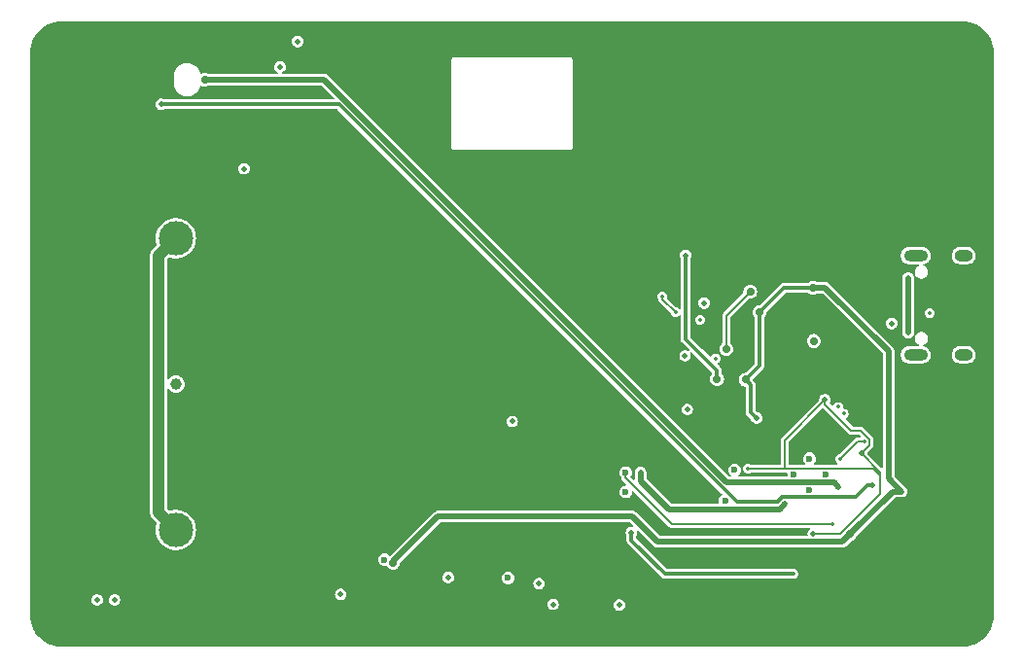
<source format=gbr>
%TF.GenerationSoftware,KiCad,Pcbnew,8.0.9*%
%TF.CreationDate,2025-05-16T14:56:25+01:00*%
%TF.ProjectId,bizcamera,62697a63-616d-4657-9261-2e6b69636164,rev?*%
%TF.SameCoordinates,Original*%
%TF.FileFunction,Copper,L3,Inr*%
%TF.FilePolarity,Positive*%
%FSLAX46Y46*%
G04 Gerber Fmt 4.6, Leading zero omitted, Abs format (unit mm)*
G04 Created by KiCad (PCBNEW 8.0.9) date 2025-05-16 14:56:25*
%MOMM*%
%LPD*%
G01*
G04 APERTURE LIST*
%TA.AperFunction,ComponentPad*%
%ADD10C,0.600000*%
%TD*%
%TA.AperFunction,ComponentPad*%
%ADD11C,3.000000*%
%TD*%
%TA.AperFunction,HeatsinkPad*%
%ADD12O,2.100000X1.000000*%
%TD*%
%TA.AperFunction,HeatsinkPad*%
%ADD13O,1.600000X1.000000*%
%TD*%
%TA.AperFunction,ViaPad*%
%ADD14C,0.500000*%
%TD*%
%TA.AperFunction,ViaPad*%
%ADD15C,0.350000*%
%TD*%
%TA.AperFunction,ViaPad*%
%ADD16C,1.000000*%
%TD*%
%TA.AperFunction,ViaPad*%
%ADD17C,0.600000*%
%TD*%
%TA.AperFunction,ViaPad*%
%ADD18C,0.700000*%
%TD*%
%TA.AperFunction,Conductor*%
%ADD19C,0.500000*%
%TD*%
%TA.AperFunction,Conductor*%
%ADD20C,0.350000*%
%TD*%
%TA.AperFunction,Conductor*%
%ADD21C,0.200000*%
%TD*%
%TA.AperFunction,Conductor*%
%ADD22C,1.000000*%
%TD*%
G04 APERTURE END LIST*
D10*
%TO.N,-BATT*%
%TO.C,U1*%
X178285000Y-104742500D03*
X179660000Y-103367500D03*
X179660000Y-106117500D03*
X181035000Y-104742500D03*
%TD*%
D11*
%TO.N,+BATT*%
%TO.C,BT1*%
X124495000Y-84150000D03*
X124495000Y-109550000D03*
%TD*%
D12*
%TO.N,-BATT*%
%TO.C,J3*%
X188895000Y-94320000D03*
D13*
X193075000Y-94320000D03*
D12*
X188895000Y-85680000D03*
D13*
X193075000Y-85680000D03*
%TD*%
D14*
%TO.N,+3V3*%
X126800000Y-115670000D03*
X126790000Y-115020000D03*
X125030000Y-113470000D03*
X121450000Y-118740000D03*
D15*
X184580000Y-96970000D03*
D14*
X153750000Y-101000000D03*
X162280000Y-92510000D03*
X148210000Y-115000000D03*
X177805000Y-97995000D03*
X145250000Y-92500000D03*
D15*
X181187500Y-99792500D03*
D14*
X161080000Y-112900000D03*
X178690000Y-91450000D03*
%TO.N,-BATT*%
X117630000Y-115655000D03*
X186810000Y-91590000D03*
X156110000Y-114230000D03*
X133550000Y-69250000D03*
D15*
X171480000Y-94620000D03*
D16*
X124495000Y-96850000D03*
D17*
X173140600Y-104348934D03*
D14*
X168825000Y-94405000D03*
X135100000Y-67030000D03*
X163100000Y-116090000D03*
X148190000Y-113700000D03*
D17*
X172300000Y-107000000D03*
D14*
X157320000Y-116040000D03*
D15*
X190120000Y-90670000D03*
D14*
X119140000Y-115655000D03*
D17*
X153400000Y-113740000D03*
D14*
X130420000Y-78110000D03*
D17*
X163640000Y-106260000D03*
D15*
X170120000Y-91260000D03*
D14*
X153770000Y-100120000D03*
X138840000Y-115180000D03*
X169013750Y-99066250D03*
D17*
X142660000Y-112160000D03*
D15*
X182147500Y-98842500D03*
X182630000Y-99440000D03*
D14*
X170480000Y-89810000D03*
D18*
X180026250Y-93103750D03*
D14*
%TO.N,+1V8*%
X175060000Y-99820000D03*
X187670000Y-106220000D03*
D18*
X174089502Y-96480000D03*
D15*
X184455000Y-101855000D03*
D14*
X159600000Y-108400000D03*
D18*
X179955993Y-88459579D03*
X143400000Y-112420000D03*
D14*
X164940000Y-104560000D03*
D18*
X183190000Y-109932500D03*
D15*
X182325000Y-103375000D03*
D14*
X177500000Y-107300000D03*
D18*
X175280000Y-90620000D03*
D14*
%TO.N,Net-(U3-~{CS})*%
X168880000Y-85660000D03*
D18*
X171611164Y-96416082D03*
%TO.N,/QSPI_SD0*%
X172415122Y-93794878D03*
X174500000Y-88820000D03*
D15*
%TO.N,Net-(U4-~{CE})*%
X168000000Y-90600000D03*
X166860000Y-89240000D03*
%TO.N,+1V1*%
X174300000Y-104220000D03*
D14*
X180997500Y-98217500D03*
X184170000Y-102900000D03*
X179987498Y-109912500D03*
%TO.N,/XOUT*%
X164160000Y-109810000D03*
D15*
X178247502Y-113392500D03*
D14*
%TO.N,Net-(U1-GPIO25)*%
X185140000Y-105690000D03*
X123200000Y-72500000D03*
%TO.N,+5V*%
X188255000Y-92400000D03*
X188255000Y-87600000D03*
D18*
%TO.N,Net-(D1-A)*%
X127010000Y-70350000D03*
D14*
X182192850Y-105835890D03*
D15*
%TO.N,/XTAL_EN*%
X181660000Y-109020000D03*
D17*
X163640000Y-104560000D03*
%TD*%
D19*
%TO.N,+1V8*%
X147290000Y-108410000D02*
X143400000Y-112300000D01*
X182512500Y-110610000D02*
X166440000Y-110610000D01*
X183190000Y-109932500D02*
X182512500Y-110610000D01*
X177050000Y-107750000D02*
X177500000Y-107300000D01*
X164940000Y-105300000D02*
X167390000Y-107750000D01*
D20*
X175280000Y-95289502D02*
X175280000Y-90620000D01*
D21*
X184455000Y-101855000D02*
X183845000Y-101855000D01*
D19*
X166440000Y-110610000D02*
X164240000Y-108410000D01*
X181009579Y-88459579D02*
X179955993Y-88459579D01*
X167390000Y-107750000D02*
X177050000Y-107750000D01*
X159610000Y-108410000D02*
X159600000Y-108400000D01*
X187670000Y-106220000D02*
X186560000Y-105110000D01*
X159600000Y-108400000D02*
X159590000Y-108410000D01*
D20*
X174089502Y-96480000D02*
X175280000Y-95289502D01*
X177440421Y-88459579D02*
X175280000Y-90620000D01*
D19*
X164940000Y-104560000D02*
X164940000Y-105300000D01*
X187670000Y-106220000D02*
X186902500Y-106220000D01*
D20*
X179955993Y-88459579D02*
X177440421Y-88459579D01*
D19*
X186560000Y-105110000D02*
X186560000Y-94010000D01*
D20*
X175060000Y-99820000D02*
X174550000Y-99310000D01*
D19*
X159590000Y-108410000D02*
X147290000Y-108410000D01*
D20*
X174550000Y-96940498D02*
X174089502Y-96480000D01*
X174550000Y-99310000D02*
X174550000Y-96940498D01*
D19*
X164240000Y-108410000D02*
X159610000Y-108410000D01*
X186560000Y-94010000D02*
X181009579Y-88459579D01*
X186902500Y-106220000D02*
X183190000Y-109932500D01*
D21*
X183845000Y-101855000D02*
X182325000Y-103375000D01*
D20*
%TO.N,Net-(U3-~{CS})*%
X171611164Y-96416082D02*
X171611164Y-95681164D01*
X168880000Y-92950000D02*
X168880000Y-85660000D01*
X171611164Y-95681164D02*
X168880000Y-92950000D01*
D21*
%TO.N,/QSPI_SD0*%
X174500000Y-88820000D02*
X172415122Y-90904878D01*
X172415122Y-90904878D02*
X172415122Y-93794878D01*
%TO.N,Net-(U4-~{CE})*%
X166860000Y-89240000D02*
X166860000Y-89460000D01*
X166860000Y-89460000D02*
X168000000Y-90600000D01*
%TO.N,+1V1*%
X174300000Y-104220000D02*
X174307500Y-104212500D01*
X182287500Y-109912500D02*
X179987498Y-109912500D01*
X184170000Y-102900000D02*
X185800000Y-104530000D01*
X177500000Y-101750000D02*
X180997500Y-98252500D01*
X185800000Y-104800000D02*
X185212500Y-104212500D01*
X184880000Y-102190000D02*
X184880000Y-101678959D01*
X183286459Y-100900000D02*
X180997500Y-98611041D01*
X184170000Y-102900000D02*
X184880000Y-102190000D01*
X174307500Y-104212500D02*
X177500000Y-104212500D01*
X185800000Y-104800000D02*
X185800000Y-106400000D01*
X177500000Y-104212500D02*
X177500000Y-101750000D01*
X180997500Y-98611041D02*
X180997500Y-98217500D01*
X180997500Y-98252500D02*
X180997500Y-98217500D01*
X184101041Y-100900000D02*
X183286459Y-100900000D01*
X184880000Y-101678959D02*
X184101041Y-100900000D01*
X185212500Y-104212500D02*
X177500000Y-104212500D01*
X185800000Y-106400000D02*
X182287500Y-109912500D01*
X185800000Y-104530000D02*
X185800000Y-104800000D01*
D20*
%TO.N,/XOUT*%
X164160000Y-109810000D02*
X164160000Y-110460000D01*
X164160000Y-110460000D02*
X167092500Y-113392500D01*
X167092500Y-113392500D02*
X178247502Y-113392500D01*
%TO.N,Net-(U1-GPIO25)*%
X173340000Y-107090000D02*
X138750000Y-72500000D01*
X176896827Y-107090000D02*
X173340000Y-107090000D01*
X177261827Y-106725000D02*
X176896827Y-107090000D01*
X138750000Y-72500000D02*
X123200000Y-72500000D01*
X184720000Y-105690000D02*
X183685000Y-106725000D01*
X183685000Y-106725000D02*
X177261827Y-106725000D01*
X185140000Y-105690000D02*
X184720000Y-105690000D01*
D19*
%TO.N,+5V*%
X188255000Y-87600000D02*
X188255000Y-92400000D01*
%TO.N,Net-(D1-A)*%
X137382060Y-70350000D02*
X172462060Y-105430000D01*
X172462060Y-105430000D02*
X176390000Y-105430000D01*
X182192850Y-105835890D02*
X181786960Y-105430000D01*
X181786960Y-105430000D02*
X176390000Y-105430000D01*
X127010000Y-70350000D02*
X137382060Y-70350000D01*
D21*
%TO.N,/XTAL_EN*%
X163640000Y-104560000D02*
X163640000Y-105020000D01*
X167640000Y-109020000D02*
X181660000Y-109020000D01*
X163640000Y-105020000D02*
X167640000Y-109020000D01*
D22*
%TO.N,+BATT*%
X122995000Y-85650000D02*
X122995000Y-108050000D01*
X124495000Y-84150000D02*
X122995000Y-85650000D01*
X122995000Y-108050000D02*
X124495000Y-109550000D01*
%TD*%
%TA.AperFunction,Conductor*%
%TO.N,+3V3*%
G36*
X180863541Y-98974461D02*
G01*
X180874089Y-98983313D01*
X183071244Y-101180468D01*
X183071246Y-101180469D01*
X183071247Y-101180470D01*
X183151171Y-101226614D01*
X183240315Y-101250500D01*
X183923137Y-101250500D01*
X183973917Y-101268982D01*
X183978998Y-101273639D01*
X184074998Y-101369639D01*
X184097836Y-101418615D01*
X184083850Y-101470813D01*
X184039584Y-101501808D01*
X184019137Y-101504500D01*
X183798853Y-101504500D01*
X183709714Y-101528385D01*
X183709710Y-101528386D01*
X183629785Y-101574531D01*
X182266062Y-102938254D01*
X182222560Y-102960420D01*
X182191878Y-102965279D01*
X182191874Y-102965280D01*
X182071777Y-103026473D01*
X181976473Y-103121777D01*
X181915280Y-103241875D01*
X181915279Y-103241880D01*
X181894196Y-103374997D01*
X181894196Y-103375002D01*
X181915279Y-103508119D01*
X181915280Y-103508124D01*
X181976473Y-103628222D01*
X182075390Y-103727139D01*
X182098228Y-103776115D01*
X182084242Y-103828313D01*
X182039976Y-103859308D01*
X182019529Y-103862000D01*
X180134643Y-103862000D01*
X180083863Y-103843518D01*
X180056843Y-103796718D01*
X180066227Y-103743500D01*
X180071968Y-103734908D01*
X180087145Y-103715128D01*
X180140861Y-103645125D01*
X180196330Y-103511209D01*
X180215250Y-103367500D01*
X180214256Y-103359953D01*
X180204012Y-103282142D01*
X180196330Y-103223791D01*
X180140861Y-103089875D01*
X180092210Y-103026472D01*
X180052621Y-102974878D01*
X179937625Y-102886639D01*
X179803709Y-102831170D01*
X179803706Y-102831169D01*
X179660001Y-102812250D01*
X179659999Y-102812250D01*
X179516293Y-102831169D01*
X179516290Y-102831170D01*
X179382374Y-102886639D01*
X179267378Y-102974878D01*
X179179139Y-103089874D01*
X179123670Y-103223790D01*
X179123669Y-103223793D01*
X179104750Y-103367499D01*
X179104750Y-103367500D01*
X179123669Y-103511206D01*
X179123670Y-103511209D01*
X179179139Y-103645125D01*
X179248032Y-103734908D01*
X179264282Y-103786446D01*
X179243602Y-103836372D01*
X179195669Y-103861324D01*
X179185357Y-103862000D01*
X177929500Y-103862000D01*
X177878720Y-103843518D01*
X177851700Y-103796718D01*
X177850500Y-103783000D01*
X177850500Y-101927903D01*
X177868982Y-101877123D01*
X177873628Y-101872053D01*
X180762368Y-98983312D01*
X180811343Y-98960475D01*
X180863541Y-98974461D01*
G37*
%TD.AperFunction*%
%TA.AperFunction,Conductor*%
G36*
X193002208Y-65300624D02*
G01*
X193297823Y-65317225D01*
X193306619Y-65318216D01*
X193596337Y-65367441D01*
X193604953Y-65369408D01*
X193887333Y-65450761D01*
X193895678Y-65453681D01*
X194167166Y-65566135D01*
X194175142Y-65569975D01*
X194432352Y-65712129D01*
X194439835Y-65716832D01*
X194679496Y-65886881D01*
X194686412Y-65892396D01*
X194863622Y-66050761D01*
X194905526Y-66088208D01*
X194911791Y-66094473D01*
X195107599Y-66313582D01*
X195113122Y-66320508D01*
X195283161Y-66560155D01*
X195287875Y-66567656D01*
X195430022Y-66824854D01*
X195433865Y-66832836D01*
X195546315Y-67104313D01*
X195549241Y-67112675D01*
X195630588Y-67395036D01*
X195632560Y-67403673D01*
X195681782Y-67693377D01*
X195682774Y-67702180D01*
X195699376Y-67997791D01*
X195699500Y-68002221D01*
X195699500Y-116997778D01*
X195699376Y-117002208D01*
X195682774Y-117297819D01*
X195681782Y-117306622D01*
X195632560Y-117596326D01*
X195630588Y-117604963D01*
X195549241Y-117887324D01*
X195546315Y-117895686D01*
X195433865Y-118167163D01*
X195430022Y-118175145D01*
X195287875Y-118432343D01*
X195283161Y-118439844D01*
X195113122Y-118679491D01*
X195107599Y-118686417D01*
X194911791Y-118905526D01*
X194905526Y-118911791D01*
X194686417Y-119107599D01*
X194679491Y-119113122D01*
X194439844Y-119283161D01*
X194432343Y-119287875D01*
X194175145Y-119430022D01*
X194167163Y-119433865D01*
X193895686Y-119546315D01*
X193887324Y-119549241D01*
X193604963Y-119630588D01*
X193596326Y-119632560D01*
X193306622Y-119681782D01*
X193297819Y-119682774D01*
X193002208Y-119699376D01*
X192997778Y-119699500D01*
X114502222Y-119699500D01*
X114497792Y-119699376D01*
X114202180Y-119682774D01*
X114193377Y-119681782D01*
X113903673Y-119632560D01*
X113895036Y-119630588D01*
X113612675Y-119549241D01*
X113604313Y-119546315D01*
X113332836Y-119433865D01*
X113324854Y-119430022D01*
X113067656Y-119287875D01*
X113060159Y-119283163D01*
X112820505Y-119113120D01*
X112813582Y-119107599D01*
X112782611Y-119079922D01*
X112594473Y-118911791D01*
X112588208Y-118905526D01*
X112392400Y-118686417D01*
X112386877Y-118679491D01*
X112259842Y-118500452D01*
X112216832Y-118439835D01*
X112212129Y-118432352D01*
X112069975Y-118175142D01*
X112066134Y-118167163D01*
X111953684Y-117895686D01*
X111950761Y-117887333D01*
X111869408Y-117604953D01*
X111867441Y-117596337D01*
X111818216Y-117306619D01*
X111817225Y-117297819D01*
X111800624Y-117002208D01*
X111800500Y-116997778D01*
X111800500Y-115655000D01*
X117124353Y-115655000D01*
X117144834Y-115797455D01*
X117204622Y-115928372D01*
X117204623Y-115928373D01*
X117298872Y-116037143D01*
X117419947Y-116114953D01*
X117558039Y-116155500D01*
X117701960Y-116155500D01*
X117701961Y-116155500D01*
X117840053Y-116114953D01*
X117961128Y-116037143D01*
X118055377Y-115928373D01*
X118115165Y-115797457D01*
X118135647Y-115655000D01*
X118634353Y-115655000D01*
X118654834Y-115797455D01*
X118714622Y-115928372D01*
X118714623Y-115928373D01*
X118808872Y-116037143D01*
X118929947Y-116114953D01*
X119068039Y-116155500D01*
X119211960Y-116155500D01*
X119211961Y-116155500D01*
X119350053Y-116114953D01*
X119466682Y-116040000D01*
X156814353Y-116040000D01*
X156834834Y-116182455D01*
X156894622Y-116313372D01*
X156894623Y-116313373D01*
X156988872Y-116422143D01*
X157109947Y-116499953D01*
X157248039Y-116540500D01*
X157391960Y-116540500D01*
X157391961Y-116540500D01*
X157530053Y-116499953D01*
X157651128Y-116422143D01*
X157745377Y-116313373D01*
X157805165Y-116182457D01*
X157818458Y-116090000D01*
X162594353Y-116090000D01*
X162614834Y-116232455D01*
X162674622Y-116363372D01*
X162674623Y-116363373D01*
X162768872Y-116472143D01*
X162889947Y-116549953D01*
X163028039Y-116590500D01*
X163171960Y-116590500D01*
X163171961Y-116590500D01*
X163310053Y-116549953D01*
X163431128Y-116472143D01*
X163525377Y-116363373D01*
X163585165Y-116232457D01*
X163605647Y-116090000D01*
X163585165Y-115947543D01*
X163525377Y-115816627D01*
X163431128Y-115707857D01*
X163310053Y-115630047D01*
X163171961Y-115589500D01*
X163028039Y-115589500D01*
X162889947Y-115630047D01*
X162889946Y-115630047D01*
X162768871Y-115707857D01*
X162674622Y-115816627D01*
X162614834Y-115947544D01*
X162594353Y-116090000D01*
X157818458Y-116090000D01*
X157825647Y-116040000D01*
X157805165Y-115897543D01*
X157745377Y-115766627D01*
X157651128Y-115657857D01*
X157530053Y-115580047D01*
X157391961Y-115539500D01*
X157248039Y-115539500D01*
X157109947Y-115580047D01*
X157109946Y-115580047D01*
X156988871Y-115657857D01*
X156894622Y-115766627D01*
X156834834Y-115897544D01*
X156814353Y-116040000D01*
X119466682Y-116040000D01*
X119471128Y-116037143D01*
X119565377Y-115928373D01*
X119625165Y-115797457D01*
X119645647Y-115655000D01*
X119625165Y-115512543D01*
X119565377Y-115381627D01*
X119471128Y-115272857D01*
X119350053Y-115195047D01*
X119298807Y-115180000D01*
X138334353Y-115180000D01*
X138354834Y-115322455D01*
X138414622Y-115453372D01*
X138465895Y-115512544D01*
X138508872Y-115562143D01*
X138629947Y-115639953D01*
X138768039Y-115680500D01*
X138911960Y-115680500D01*
X138911961Y-115680500D01*
X139050053Y-115639953D01*
X139171128Y-115562143D01*
X139265377Y-115453373D01*
X139325165Y-115322457D01*
X139345647Y-115180000D01*
X139325165Y-115037543D01*
X139265377Y-114906627D01*
X139171128Y-114797857D01*
X139050053Y-114720047D01*
X138911961Y-114679500D01*
X138768039Y-114679500D01*
X138629947Y-114720047D01*
X138629946Y-114720047D01*
X138508871Y-114797857D01*
X138414622Y-114906627D01*
X138354834Y-115037544D01*
X138334353Y-115180000D01*
X119298807Y-115180000D01*
X119211961Y-115154500D01*
X119068039Y-115154500D01*
X118929947Y-115195047D01*
X118929946Y-115195047D01*
X118808871Y-115272857D01*
X118714622Y-115381627D01*
X118654834Y-115512544D01*
X118634353Y-115655000D01*
X118135647Y-115655000D01*
X118115165Y-115512543D01*
X118055377Y-115381627D01*
X117961128Y-115272857D01*
X117840053Y-115195047D01*
X117701961Y-115154500D01*
X117558039Y-115154500D01*
X117419947Y-115195047D01*
X117419946Y-115195047D01*
X117298871Y-115272857D01*
X117204622Y-115381627D01*
X117144834Y-115512544D01*
X117124353Y-115655000D01*
X111800500Y-115655000D01*
X111800500Y-113700000D01*
X147684353Y-113700000D01*
X147704834Y-113842455D01*
X147764622Y-113973372D01*
X147764623Y-113973373D01*
X147858872Y-114082143D01*
X147979947Y-114159953D01*
X148118039Y-114200500D01*
X148261960Y-114200500D01*
X148261961Y-114200500D01*
X148400053Y-114159953D01*
X148521128Y-114082143D01*
X148615377Y-113973373D01*
X148675165Y-113842457D01*
X148689896Y-113739999D01*
X152844750Y-113739999D01*
X152844750Y-113740000D01*
X152863669Y-113883706D01*
X152863670Y-113883709D01*
X152919139Y-114017625D01*
X153007378Y-114132621D01*
X153095618Y-114200329D01*
X153122375Y-114220861D01*
X153256291Y-114276330D01*
X153352097Y-114288943D01*
X153399999Y-114295250D01*
X153400000Y-114295250D01*
X153400001Y-114295250D01*
X153435927Y-114290520D01*
X153543709Y-114276330D01*
X153655561Y-114230000D01*
X155604353Y-114230000D01*
X155624834Y-114372455D01*
X155684622Y-114503372D01*
X155684623Y-114503373D01*
X155778872Y-114612143D01*
X155899947Y-114689953D01*
X156038039Y-114730500D01*
X156181960Y-114730500D01*
X156181961Y-114730500D01*
X156320053Y-114689953D01*
X156441128Y-114612143D01*
X156535377Y-114503373D01*
X156595165Y-114372457D01*
X156615647Y-114230000D01*
X156595165Y-114087543D01*
X156535377Y-113956627D01*
X156441128Y-113847857D01*
X156320053Y-113770047D01*
X156181961Y-113729500D01*
X156038039Y-113729500D01*
X155899947Y-113770047D01*
X155899946Y-113770047D01*
X155778871Y-113847857D01*
X155684622Y-113956627D01*
X155624834Y-114087544D01*
X155604353Y-114230000D01*
X153655561Y-114230000D01*
X153677625Y-114220861D01*
X153792621Y-114132621D01*
X153880861Y-114017625D01*
X153936330Y-113883709D01*
X153955250Y-113740000D01*
X153954326Y-113732985D01*
X153942838Y-113645726D01*
X153936330Y-113596291D01*
X153880861Y-113462375D01*
X153857709Y-113432203D01*
X153792621Y-113347378D01*
X153677625Y-113259139D01*
X153543709Y-113203670D01*
X153543706Y-113203669D01*
X153400001Y-113184750D01*
X153399999Y-113184750D01*
X153256293Y-113203669D01*
X153256290Y-113203670D01*
X153122374Y-113259139D01*
X153007378Y-113347378D01*
X152919139Y-113462374D01*
X152863670Y-113596290D01*
X152863669Y-113596293D01*
X152844750Y-113739999D01*
X148689896Y-113739999D01*
X148695647Y-113700000D01*
X148675165Y-113557543D01*
X148615377Y-113426627D01*
X148521128Y-113317857D01*
X148400053Y-113240047D01*
X148261961Y-113199500D01*
X148118039Y-113199500D01*
X147979947Y-113240047D01*
X147979946Y-113240047D01*
X147858871Y-113317857D01*
X147764622Y-113426627D01*
X147704834Y-113557544D01*
X147684353Y-113700000D01*
X111800500Y-113700000D01*
X111800500Y-85576082D01*
X122244500Y-85576082D01*
X122244500Y-108123917D01*
X122273341Y-108268913D01*
X122273342Y-108268915D01*
X122329913Y-108405489D01*
X122329915Y-108405493D01*
X122351270Y-108437454D01*
X122391880Y-108498232D01*
X122412048Y-108528416D01*
X122808805Y-108925173D01*
X122831643Y-108974149D01*
X122826484Y-109009892D01*
X122817580Y-109032582D01*
X122817578Y-109032587D01*
X122759198Y-109288364D01*
X122759198Y-109288370D01*
X122739592Y-109549998D01*
X122739592Y-109550001D01*
X122759198Y-109811629D01*
X122759198Y-109811635D01*
X122817577Y-110067410D01*
X122913431Y-110311642D01*
X123044614Y-110538857D01*
X123190079Y-110721265D01*
X123208195Y-110743981D01*
X123400521Y-110922433D01*
X123617296Y-111070228D01*
X123853677Y-111184063D01*
X123853679Y-111184063D01*
X123853680Y-111184064D01*
X124104378Y-111261394D01*
X124104380Y-111261394D01*
X124104385Y-111261396D01*
X124363818Y-111300500D01*
X124363822Y-111300500D01*
X124626178Y-111300500D01*
X124626182Y-111300500D01*
X124885615Y-111261396D01*
X124885620Y-111261394D01*
X124885622Y-111261394D01*
X124987171Y-111230070D01*
X125136323Y-111184063D01*
X125372704Y-111070228D01*
X125589479Y-110922433D01*
X125781805Y-110743981D01*
X125945386Y-110538857D01*
X126076568Y-110311643D01*
X126172420Y-110067416D01*
X126172420Y-110067413D01*
X126172422Y-110067410D01*
X126230801Y-109811635D01*
X126230801Y-109811634D01*
X126230802Y-109811630D01*
X126250408Y-109550000D01*
X126230802Y-109288370D01*
X126230801Y-109288364D01*
X126172422Y-109032589D01*
X126076568Y-108788357D01*
X125945386Y-108561143D01*
X125781805Y-108356019D01*
X125631323Y-108216392D01*
X125589477Y-108177565D01*
X125372707Y-108029774D01*
X125372706Y-108029773D01*
X125372704Y-108029772D01*
X125136323Y-107915937D01*
X125136320Y-107915936D01*
X125136319Y-107915935D01*
X124885621Y-107838605D01*
X124885623Y-107838605D01*
X124819592Y-107828652D01*
X124626182Y-107799500D01*
X124363818Y-107799500D01*
X124170407Y-107828652D01*
X124104377Y-107838605D01*
X123951613Y-107885727D01*
X123897641Y-107883034D01*
X123872466Y-107866098D01*
X123768639Y-107762271D01*
X123745801Y-107713295D01*
X123745500Y-107706410D01*
X123745500Y-100120000D01*
X153264353Y-100120000D01*
X153284834Y-100262455D01*
X153344622Y-100393372D01*
X153344623Y-100393373D01*
X153438872Y-100502143D01*
X153559947Y-100579953D01*
X153698039Y-100620500D01*
X153841960Y-100620500D01*
X153841961Y-100620500D01*
X153980053Y-100579953D01*
X154101128Y-100502143D01*
X154195377Y-100393373D01*
X154255165Y-100262457D01*
X154275647Y-100120000D01*
X154255165Y-99977543D01*
X154195377Y-99846627D01*
X154101128Y-99737857D01*
X153980053Y-99660047D01*
X153841961Y-99619500D01*
X153698039Y-99619500D01*
X153559947Y-99660047D01*
X153559946Y-99660047D01*
X153438871Y-99737857D01*
X153344622Y-99846627D01*
X153284834Y-99977544D01*
X153264353Y-100120000D01*
X123745500Y-100120000D01*
X123745500Y-97342021D01*
X123763982Y-97291241D01*
X123810782Y-97264221D01*
X123864000Y-97273605D01*
X123891390Y-97299989D01*
X123904523Y-97320890D01*
X123904525Y-97320893D01*
X124024107Y-97440475D01*
X124167308Y-97530455D01*
X124167312Y-97530457D01*
X124212959Y-97546429D01*
X124326941Y-97586313D01*
X124326944Y-97586313D01*
X124326946Y-97586314D01*
X124494997Y-97605249D01*
X124495000Y-97605249D01*
X124495003Y-97605249D01*
X124663053Y-97586314D01*
X124663054Y-97586314D01*
X124663055Y-97586313D01*
X124663059Y-97586313D01*
X124822690Y-97530456D01*
X124965890Y-97440477D01*
X125085477Y-97320890D01*
X125175456Y-97177690D01*
X125231313Y-97018059D01*
X125231314Y-97018053D01*
X125250249Y-96850003D01*
X125250249Y-96849996D01*
X125231314Y-96681946D01*
X125231314Y-96681945D01*
X125230365Y-96679234D01*
X125193139Y-96572844D01*
X125175457Y-96522312D01*
X125175455Y-96522308D01*
X125120398Y-96434686D01*
X125085477Y-96379110D01*
X125085475Y-96379108D01*
X125085475Y-96379107D01*
X124965892Y-96259524D01*
X124822691Y-96169544D01*
X124822687Y-96169542D01*
X124663053Y-96113685D01*
X124495003Y-96094751D01*
X124494997Y-96094751D01*
X124326946Y-96113685D01*
X124326945Y-96113685D01*
X124167312Y-96169542D01*
X124167308Y-96169544D01*
X124024108Y-96259524D01*
X124024107Y-96259524D01*
X123904524Y-96379107D01*
X123904524Y-96379108D01*
X123891391Y-96400009D01*
X123848724Y-96433172D01*
X123794723Y-96431151D01*
X123754655Y-96394892D01*
X123745500Y-96357978D01*
X123745500Y-85993589D01*
X123763982Y-85942809D01*
X123768627Y-85937739D01*
X123872467Y-85833899D01*
X123921440Y-85811063D01*
X123951612Y-85814272D01*
X124104378Y-85861394D01*
X124104380Y-85861394D01*
X124104385Y-85861396D01*
X124363818Y-85900500D01*
X124363822Y-85900500D01*
X124626178Y-85900500D01*
X124626182Y-85900500D01*
X124885615Y-85861396D01*
X124885620Y-85861394D01*
X124885622Y-85861394D01*
X124987171Y-85830070D01*
X125136323Y-85784063D01*
X125372704Y-85670228D01*
X125589479Y-85522433D01*
X125781805Y-85343981D01*
X125945386Y-85138857D01*
X126076568Y-84911643D01*
X126172420Y-84667416D01*
X126172421Y-84667412D01*
X126172422Y-84667410D01*
X126230801Y-84411635D01*
X126230801Y-84411634D01*
X126230802Y-84411630D01*
X126250408Y-84150000D01*
X126230802Y-83888370D01*
X126230801Y-83888364D01*
X126172422Y-83632589D01*
X126076568Y-83388357D01*
X125945385Y-83161142D01*
X125781805Y-82956019D01*
X125589477Y-82777565D01*
X125372707Y-82629774D01*
X125372706Y-82629773D01*
X125372704Y-82629772D01*
X125136323Y-82515937D01*
X125136320Y-82515936D01*
X125136319Y-82515935D01*
X124885621Y-82438605D01*
X124885623Y-82438605D01*
X124819592Y-82428652D01*
X124626182Y-82399500D01*
X124363818Y-82399500D01*
X124170407Y-82428652D01*
X124104377Y-82438605D01*
X123853680Y-82515935D01*
X123853679Y-82515936D01*
X123617292Y-82629774D01*
X123400522Y-82777565D01*
X123208194Y-82956019D01*
X123044614Y-83161142D01*
X122913431Y-83388357D01*
X122817577Y-83632589D01*
X122759198Y-83888364D01*
X122759198Y-83888370D01*
X122739592Y-84149998D01*
X122739592Y-84150001D01*
X122759198Y-84411629D01*
X122759198Y-84411635D01*
X122817578Y-84667412D01*
X122817578Y-84667414D01*
X122826483Y-84690102D01*
X122827830Y-84744124D01*
X122808806Y-84774824D01*
X122412049Y-85171582D01*
X122370010Y-85234500D01*
X122329916Y-85294504D01*
X122329913Y-85294510D01*
X122273342Y-85431084D01*
X122273341Y-85431086D01*
X122244500Y-85576082D01*
X111800500Y-85576082D01*
X111800500Y-78110000D01*
X129914353Y-78110000D01*
X129934834Y-78252455D01*
X129994622Y-78383372D01*
X129994623Y-78383373D01*
X130088872Y-78492143D01*
X130209947Y-78569953D01*
X130348039Y-78610500D01*
X130491960Y-78610500D01*
X130491961Y-78610500D01*
X130630053Y-78569953D01*
X130751128Y-78492143D01*
X130845377Y-78383373D01*
X130905165Y-78252457D01*
X130925647Y-78110000D01*
X130905165Y-77967543D01*
X130845377Y-77836627D01*
X130751128Y-77727857D01*
X130630053Y-77650047D01*
X130491961Y-77609500D01*
X130348039Y-77609500D01*
X130209947Y-77650047D01*
X130209946Y-77650047D01*
X130088871Y-77727857D01*
X129994622Y-77836627D01*
X129934834Y-77967544D01*
X129914353Y-78110000D01*
X111800500Y-78110000D01*
X111800500Y-72500000D01*
X122694353Y-72500000D01*
X122714834Y-72642455D01*
X122774622Y-72773372D01*
X122774623Y-72773373D01*
X122868872Y-72882143D01*
X122989947Y-72959953D01*
X123128039Y-73000500D01*
X123271960Y-73000500D01*
X123271961Y-73000500D01*
X123410053Y-72959953D01*
X123427658Y-72948639D01*
X123444150Y-72938041D01*
X123486860Y-72925500D01*
X138541030Y-72925500D01*
X138591810Y-72943982D01*
X138596891Y-72948639D01*
X172041511Y-106393259D01*
X172064349Y-106442235D01*
X172050363Y-106494433D01*
X172025157Y-106517532D01*
X172022378Y-106519136D01*
X171907378Y-106607378D01*
X171819139Y-106722374D01*
X171763670Y-106856290D01*
X171763669Y-106856293D01*
X171744750Y-106999999D01*
X171744750Y-107000000D01*
X171763669Y-107143706D01*
X171765011Y-107148712D01*
X171762644Y-107149346D01*
X171764597Y-107194270D01*
X171731692Y-107237136D01*
X171689258Y-107249500D01*
X167630035Y-107249500D01*
X167579255Y-107231018D01*
X167574174Y-107226361D01*
X165463639Y-105115825D01*
X165440801Y-105066849D01*
X165440500Y-105059964D01*
X165440500Y-104601448D01*
X165441304Y-104590205D01*
X165445647Y-104560000D01*
X165441304Y-104529792D01*
X165440500Y-104518550D01*
X165440500Y-104494110D01*
X165440499Y-104494105D01*
X165440498Y-104494103D01*
X165432380Y-104463803D01*
X165430493Y-104454603D01*
X165425165Y-104417543D01*
X165415368Y-104396091D01*
X165410923Y-104383726D01*
X165406392Y-104366814D01*
X165387245Y-104333651D01*
X165383802Y-104326971D01*
X165365378Y-104286628D01*
X165354488Y-104274060D01*
X165345777Y-104261827D01*
X165340500Y-104252686D01*
X165308531Y-104220717D01*
X165304701Y-104216603D01*
X165271129Y-104177858D01*
X165271128Y-104177857D01*
X165262998Y-104172632D01*
X165249850Y-104162036D01*
X165247314Y-104159500D01*
X165246374Y-104158957D01*
X165202191Y-104133447D01*
X165198982Y-104131491D01*
X165150054Y-104100047D01*
X165150048Y-104100045D01*
X165147481Y-104099291D01*
X165138098Y-104095273D01*
X165137968Y-104095588D01*
X165133186Y-104093607D01*
X165076207Y-104078340D01*
X165074398Y-104077832D01*
X165011962Y-104059500D01*
X165011961Y-104059500D01*
X164868039Y-104059500D01*
X164868038Y-104059500D01*
X164805611Y-104077829D01*
X164803803Y-104078337D01*
X164746813Y-104093608D01*
X164742032Y-104095588D01*
X164741902Y-104095275D01*
X164732527Y-104099289D01*
X164729950Y-104100046D01*
X164729947Y-104100047D01*
X164729946Y-104100047D01*
X164729940Y-104100050D01*
X164680993Y-104131505D01*
X164677786Y-104133460D01*
X164632686Y-104159499D01*
X164632677Y-104159505D01*
X164630138Y-104162045D01*
X164617002Y-104172630D01*
X164608878Y-104177851D01*
X164608873Y-104177856D01*
X164575295Y-104216605D01*
X164571455Y-104220729D01*
X164539501Y-104252684D01*
X164534220Y-104261831D01*
X164525513Y-104274058D01*
X164514624Y-104286624D01*
X164514621Y-104286630D01*
X164496194Y-104326975D01*
X164492753Y-104333651D01*
X164473607Y-104366815D01*
X164473605Y-104366820D01*
X164469074Y-104383729D01*
X164464630Y-104396093D01*
X164454834Y-104417545D01*
X164449505Y-104454605D01*
X164447618Y-104463803D01*
X164439500Y-104494103D01*
X164439500Y-104518550D01*
X164438696Y-104529792D01*
X164434353Y-104559999D01*
X164438696Y-104590205D01*
X164439500Y-104601448D01*
X164439500Y-105133096D01*
X164421018Y-105183876D01*
X164374218Y-105210896D01*
X164321000Y-105201512D01*
X164304639Y-105188957D01*
X164097102Y-104981420D01*
X164074264Y-104932444D01*
X164088250Y-104880246D01*
X164090276Y-104877483D01*
X164120861Y-104837625D01*
X164176330Y-104703709D01*
X164195250Y-104560000D01*
X164176330Y-104416291D01*
X164120861Y-104282375D01*
X164098078Y-104252684D01*
X164032621Y-104167378D01*
X163917625Y-104079139D01*
X163783709Y-104023670D01*
X163783706Y-104023669D01*
X163640001Y-104004750D01*
X163639999Y-104004750D01*
X163496293Y-104023669D01*
X163496290Y-104023670D01*
X163362374Y-104079139D01*
X163247378Y-104167378D01*
X163159139Y-104282374D01*
X163103670Y-104416290D01*
X163103669Y-104416293D01*
X163084750Y-104559999D01*
X163084750Y-104560000D01*
X163103669Y-104703706D01*
X163103670Y-104703709D01*
X163159139Y-104837625D01*
X163247378Y-104952621D01*
X163253757Y-104957515D01*
X163258589Y-104961223D01*
X163287627Y-105006796D01*
X163289500Y-105023899D01*
X163289500Y-105066144D01*
X163312102Y-105150495D01*
X163312103Y-105150500D01*
X163313385Y-105155285D01*
X163313386Y-105155288D01*
X163359530Y-105235212D01*
X163694207Y-105569889D01*
X163717045Y-105618865D01*
X163703059Y-105671062D01*
X163658793Y-105702058D01*
X163645105Y-105703860D01*
X163645134Y-105704074D01*
X163496293Y-105723669D01*
X163496290Y-105723670D01*
X163362374Y-105779139D01*
X163247378Y-105867378D01*
X163159139Y-105982374D01*
X163103670Y-106116290D01*
X163103669Y-106116293D01*
X163084750Y-106259999D01*
X163084750Y-106260000D01*
X163103669Y-106403706D01*
X163103670Y-106403709D01*
X163159139Y-106537625D01*
X163247378Y-106652621D01*
X163335618Y-106720329D01*
X163362375Y-106740861D01*
X163496291Y-106796330D01*
X163592097Y-106808943D01*
X163639999Y-106815250D01*
X163640000Y-106815250D01*
X163640001Y-106815250D01*
X163675927Y-106810520D01*
X163783709Y-106796330D01*
X163917625Y-106740861D01*
X164032621Y-106652621D01*
X164120861Y-106537625D01*
X164176330Y-106403709D01*
X164195250Y-106260000D01*
X164195250Y-106259999D01*
X164195926Y-106254866D01*
X164197638Y-106255091D01*
X164213732Y-106210873D01*
X164260532Y-106183853D01*
X164313750Y-106193237D01*
X164330106Y-106205788D01*
X167359531Y-109235212D01*
X167397539Y-109273220D01*
X167424789Y-109300470D01*
X167504710Y-109346613D01*
X167504712Y-109346614D01*
X167593856Y-109370500D01*
X179636063Y-109370500D01*
X179686843Y-109388982D01*
X179713863Y-109435782D01*
X179704479Y-109489000D01*
X179678774Y-109515959D01*
X179656369Y-109530357D01*
X179562120Y-109639127D01*
X179502332Y-109770044D01*
X179481851Y-109912500D01*
X179497200Y-110019257D01*
X179486132Y-110072151D01*
X179443654Y-110105556D01*
X179419004Y-110109500D01*
X166680036Y-110109500D01*
X166629256Y-110091018D01*
X166624175Y-110086361D01*
X164547316Y-108009501D01*
X164433187Y-107943608D01*
X164433183Y-107943607D01*
X164305894Y-107909500D01*
X164305892Y-107909500D01*
X159717377Y-107909500D01*
X159695120Y-107906300D01*
X159671961Y-107899500D01*
X159528039Y-107899500D01*
X159504880Y-107906300D01*
X159482623Y-107909500D01*
X147224105Y-107909500D01*
X147096816Y-107943607D01*
X147096812Y-107943608D01*
X146982683Y-108009501D01*
X143191076Y-111801108D01*
X143142100Y-111823946D01*
X143089902Y-111809960D01*
X143072542Y-111793341D01*
X143052621Y-111767379D01*
X142937625Y-111679139D01*
X142803709Y-111623670D01*
X142803706Y-111623669D01*
X142660001Y-111604750D01*
X142659999Y-111604750D01*
X142516293Y-111623669D01*
X142516290Y-111623670D01*
X142382374Y-111679139D01*
X142267378Y-111767378D01*
X142179139Y-111882374D01*
X142123670Y-112016290D01*
X142123669Y-112016293D01*
X142104750Y-112159999D01*
X142104750Y-112160000D01*
X142123669Y-112303706D01*
X142123670Y-112303709D01*
X142179139Y-112437625D01*
X142267378Y-112552621D01*
X142355618Y-112620329D01*
X142382375Y-112640861D01*
X142516291Y-112696330D01*
X142603648Y-112707831D01*
X142659999Y-112715250D01*
X142660000Y-112715250D01*
X142803709Y-112696330D01*
X142803712Y-112696328D01*
X142805183Y-112696135D01*
X142857941Y-112707831D01*
X142878170Y-112726367D01*
X142971717Y-112848282D01*
X143026180Y-112890072D01*
X143097159Y-112944536D01*
X143097161Y-112944537D01*
X143097163Y-112944538D01*
X143189490Y-112982781D01*
X143243238Y-113005044D01*
X143337122Y-113017404D01*
X143399999Y-113025682D01*
X143400000Y-113025682D01*
X143400001Y-113025682D01*
X143455054Y-113018434D01*
X143556762Y-113005044D01*
X143702841Y-112944536D01*
X143828282Y-112848282D01*
X143924536Y-112722841D01*
X143985044Y-112576762D01*
X144004891Y-112426006D01*
X144027353Y-112380459D01*
X147474175Y-108933639D01*
X147523151Y-108910801D01*
X147530036Y-108910500D01*
X159524108Y-108910500D01*
X159544107Y-108910500D01*
X159544108Y-108910500D01*
X163999964Y-108910500D01*
X164050744Y-108928982D01*
X164055825Y-108933639D01*
X164297387Y-109175201D01*
X164320225Y-109224177D01*
X164306239Y-109276375D01*
X164261973Y-109307370D01*
X164237611Y-109308823D01*
X164237611Y-109309500D01*
X164088039Y-109309500D01*
X163949947Y-109350047D01*
X163949946Y-109350047D01*
X163828871Y-109427857D01*
X163734622Y-109536627D01*
X163674834Y-109667544D01*
X163654353Y-109810000D01*
X163674834Y-109952455D01*
X163674835Y-109952458D01*
X163727361Y-110067471D01*
X163734500Y-110100289D01*
X163734500Y-110516020D01*
X163763496Y-110624234D01*
X163763497Y-110624238D01*
X163819516Y-110721265D01*
X166749251Y-113650998D01*
X166749256Y-113651004D01*
X166749257Y-113651004D01*
X166752013Y-113653760D01*
X166752015Y-113653763D01*
X166831237Y-113732985D01*
X166895430Y-113770047D01*
X166928259Y-113789001D01*
X166928263Y-113789003D01*
X167036481Y-113818000D01*
X167036482Y-113818000D01*
X178207799Y-113818000D01*
X178220156Y-113818972D01*
X178231832Y-113820822D01*
X178247501Y-113823304D01*
X178247502Y-113823304D01*
X178247503Y-113823304D01*
X178263171Y-113820822D01*
X178274847Y-113818972D01*
X178287205Y-113818000D01*
X178303517Y-113818000D01*
X178303520Y-113818000D01*
X178332109Y-113810338D01*
X178340160Y-113808628D01*
X178380628Y-113802219D01*
X178388679Y-113798116D01*
X178393426Y-113795698D01*
X178408851Y-113789776D01*
X178411739Y-113789003D01*
X178448835Y-113767584D01*
X178452412Y-113765642D01*
X178500722Y-113741028D01*
X178596030Y-113645720D01*
X178620644Y-113597410D01*
X178622586Y-113593833D01*
X178644005Y-113556737D01*
X178644778Y-113553849D01*
X178650700Y-113538424D01*
X178657219Y-113525629D01*
X178657220Y-113525628D01*
X178657220Y-113525627D01*
X178657221Y-113525626D01*
X178663630Y-113485158D01*
X178665340Y-113477107D01*
X178673002Y-113448518D01*
X178673002Y-113432203D01*
X178673975Y-113419844D01*
X178678306Y-113392501D01*
X178678306Y-113392498D01*
X178673975Y-113365155D01*
X178673002Y-113352796D01*
X178673002Y-113336484D01*
X178673002Y-113336482D01*
X178665341Y-113307891D01*
X178663630Y-113299844D01*
X178657221Y-113259374D01*
X178650699Y-113246575D01*
X178644780Y-113231155D01*
X178644005Y-113228262D01*
X178622600Y-113191188D01*
X178620626Y-113187553D01*
X178596028Y-113139277D01*
X178500724Y-113043973D01*
X178498272Y-113042723D01*
X178452442Y-113019372D01*
X178448819Y-113017404D01*
X178411742Y-112995998D01*
X178411743Y-112995998D01*
X178411366Y-112995897D01*
X178408844Y-112995221D01*
X178393437Y-112989307D01*
X178380628Y-112982781D01*
X178380626Y-112982780D01*
X178380623Y-112982779D01*
X178380624Y-112982779D01*
X178340171Y-112976372D01*
X178332087Y-112974654D01*
X178331541Y-112974507D01*
X178303520Y-112967000D01*
X178303519Y-112967000D01*
X178287205Y-112967000D01*
X178274847Y-112966027D01*
X178263171Y-112964177D01*
X178247503Y-112961696D01*
X178247501Y-112961696D01*
X178231832Y-112964177D01*
X178220156Y-112966027D01*
X178207799Y-112967000D01*
X167301469Y-112967000D01*
X167250689Y-112948518D01*
X167245608Y-112943861D01*
X164608639Y-110306891D01*
X164585801Y-110257915D01*
X164585500Y-110251030D01*
X164585500Y-110100289D01*
X164592639Y-110067471D01*
X164600565Y-110050116D01*
X164645165Y-109952457D01*
X164665647Y-109810000D01*
X164654668Y-109733641D01*
X164665735Y-109680751D01*
X164708213Y-109647346D01*
X164762225Y-109649060D01*
X164788725Y-109666540D01*
X166132683Y-111010498D01*
X166236137Y-111070228D01*
X166246814Y-111076392D01*
X166374108Y-111110500D01*
X166374110Y-111110500D01*
X182578390Y-111110500D01*
X182578392Y-111110500D01*
X182705686Y-111076392D01*
X182819814Y-111010500D01*
X183288655Y-110541658D01*
X183334205Y-110519196D01*
X183346762Y-110517544D01*
X183492841Y-110457036D01*
X183618282Y-110360782D01*
X183714536Y-110235341D01*
X183775044Y-110089262D01*
X183776696Y-110076705D01*
X183799159Y-110031153D01*
X187086675Y-106743639D01*
X187135651Y-106720801D01*
X187142536Y-106720500D01*
X187741961Y-106720500D01*
X187804423Y-106702158D01*
X187806203Y-106701660D01*
X187863182Y-106686393D01*
X187863181Y-106686393D01*
X187863186Y-106686392D01*
X187863190Y-106686389D01*
X187867968Y-106684411D01*
X187868099Y-106684727D01*
X187877495Y-106680704D01*
X187880053Y-106679953D01*
X187929006Y-106648491D01*
X187932180Y-106646557D01*
X187977314Y-106620500D01*
X187979845Y-106617969D01*
X187993004Y-106607363D01*
X188001128Y-106602143D01*
X188034710Y-106563385D01*
X188038526Y-106559286D01*
X188070500Y-106527314D01*
X188075780Y-106518167D01*
X188084488Y-106505937D01*
X188095377Y-106493373D01*
X188113807Y-106453015D01*
X188117246Y-106446347D01*
X188136390Y-106413190D01*
X188136390Y-106413188D01*
X188136392Y-106413186D01*
X188140925Y-106396266D01*
X188145372Y-106383899D01*
X188155165Y-106362457D01*
X188160047Y-106328497D01*
X188160493Y-106325392D01*
X188162378Y-106316199D01*
X188170500Y-106285892D01*
X188170500Y-106261448D01*
X188171304Y-106250205D01*
X188173290Y-106236390D01*
X188175647Y-106220000D01*
X188171304Y-106189792D01*
X188170500Y-106178550D01*
X188170500Y-106154110D01*
X188170499Y-106154105D01*
X188162381Y-106123807D01*
X188160493Y-106114603D01*
X188155165Y-106077543D01*
X188145368Y-106056091D01*
X188140923Y-106043726D01*
X188136392Y-106026814D01*
X188117245Y-105993651D01*
X188113802Y-105986971D01*
X188095378Y-105946628D01*
X188084488Y-105934060D01*
X188075777Y-105921827D01*
X188070500Y-105912686D01*
X188038531Y-105880717D01*
X188034701Y-105876603D01*
X188001128Y-105837857D01*
X187993001Y-105832634D01*
X187979849Y-105822035D01*
X187083639Y-104925825D01*
X187060801Y-104876849D01*
X187060500Y-104869964D01*
X187060500Y-94246082D01*
X187594500Y-94246082D01*
X187594500Y-94393918D01*
X187599285Y-94417973D01*
X187623341Y-94538913D01*
X187623342Y-94538915D01*
X187679913Y-94675489D01*
X187679916Y-94675495D01*
X187762047Y-94798414D01*
X187762053Y-94798421D01*
X187866578Y-94902946D01*
X187866585Y-94902952D01*
X187928044Y-94944017D01*
X187989505Y-94985084D01*
X187989510Y-94985086D01*
X188126084Y-95041657D01*
X188126086Y-95041658D01*
X188271082Y-95070500D01*
X189518918Y-95070500D01*
X189663913Y-95041658D01*
X189663915Y-95041657D01*
X189800495Y-94985084D01*
X189923416Y-94902951D01*
X190027951Y-94798416D01*
X190110084Y-94675495D01*
X190166658Y-94538913D01*
X190195500Y-94393918D01*
X190195500Y-94246082D01*
X192024500Y-94246082D01*
X192024500Y-94393918D01*
X192029285Y-94417973D01*
X192053341Y-94538913D01*
X192053342Y-94538915D01*
X192109913Y-94675489D01*
X192109916Y-94675495D01*
X192192047Y-94798414D01*
X192192053Y-94798421D01*
X192296578Y-94902946D01*
X192296585Y-94902952D01*
X192358044Y-94944017D01*
X192419505Y-94985084D01*
X192419510Y-94985086D01*
X192556084Y-95041657D01*
X192556086Y-95041658D01*
X192701082Y-95070500D01*
X193448918Y-95070500D01*
X193593913Y-95041658D01*
X193593915Y-95041657D01*
X193730495Y-94985084D01*
X193853416Y-94902951D01*
X193957951Y-94798416D01*
X194040084Y-94675495D01*
X194096658Y-94538913D01*
X194125500Y-94393918D01*
X194125500Y-94246082D01*
X194096658Y-94101087D01*
X194040084Y-93964505D01*
X193998929Y-93902912D01*
X193957952Y-93841585D01*
X193957946Y-93841578D01*
X193853421Y-93737053D01*
X193853414Y-93737047D01*
X193730495Y-93654916D01*
X193730489Y-93654913D01*
X193593915Y-93598342D01*
X193593913Y-93598341D01*
X193448918Y-93569500D01*
X192701082Y-93569500D01*
X192556086Y-93598341D01*
X192556084Y-93598342D01*
X192419510Y-93654913D01*
X192419504Y-93654916D01*
X192296585Y-93737047D01*
X192296578Y-93737053D01*
X192192053Y-93841578D01*
X192192047Y-93841585D01*
X192109916Y-93964504D01*
X192109913Y-93964510D01*
X192053342Y-94101084D01*
X192053341Y-94101086D01*
X192025083Y-94243151D01*
X192024500Y-94246082D01*
X190195500Y-94246082D01*
X190166658Y-94101087D01*
X190110084Y-93964505D01*
X190068929Y-93902912D01*
X190027952Y-93841585D01*
X190027946Y-93841578D01*
X189923421Y-93737053D01*
X189923414Y-93737047D01*
X189800495Y-93654916D01*
X189800489Y-93654913D01*
X189663915Y-93598342D01*
X189600819Y-93585791D01*
X189554621Y-93557756D01*
X189537251Y-93506585D01*
X189556837Y-93456220D01*
X189595783Y-93432001D01*
X189617135Y-93426281D01*
X189748365Y-93350515D01*
X189855515Y-93243365D01*
X189931281Y-93112135D01*
X189970500Y-92965766D01*
X189970500Y-92814234D01*
X189931281Y-92667865D01*
X189909191Y-92629605D01*
X189892340Y-92600418D01*
X189855515Y-92536635D01*
X189855514Y-92536634D01*
X189855513Y-92536632D01*
X189748367Y-92429486D01*
X189617136Y-92353719D01*
X189617132Y-92353718D01*
X189470768Y-92314500D01*
X189470766Y-92314500D01*
X189319234Y-92314500D01*
X189319231Y-92314500D01*
X189172867Y-92353718D01*
X189172863Y-92353719D01*
X189041632Y-92429486D01*
X188934487Y-92536631D01*
X188865155Y-92656717D01*
X188860486Y-92660633D01*
X188859678Y-92664281D01*
X188819500Y-92814231D01*
X188819500Y-92965768D01*
X188858718Y-93112132D01*
X188858719Y-93112136D01*
X188934486Y-93243367D01*
X189041632Y-93350513D01*
X189165595Y-93422084D01*
X189200331Y-93463481D01*
X189200331Y-93517520D01*
X189165595Y-93558916D01*
X189126095Y-93569500D01*
X188271082Y-93569500D01*
X188126086Y-93598341D01*
X188126084Y-93598342D01*
X187989510Y-93654913D01*
X187989504Y-93654916D01*
X187866585Y-93737047D01*
X187866578Y-93737053D01*
X187762053Y-93841578D01*
X187762047Y-93841585D01*
X187679916Y-93964504D01*
X187679913Y-93964510D01*
X187623342Y-94101084D01*
X187623341Y-94101086D01*
X187595083Y-94243151D01*
X187594500Y-94246082D01*
X187060500Y-94246082D01*
X187060500Y-93944110D01*
X187060499Y-93944105D01*
X187049887Y-93904500D01*
X187026392Y-93816814D01*
X186960500Y-93702686D01*
X186867314Y-93609500D01*
X184847814Y-91590000D01*
X186304353Y-91590000D01*
X186324834Y-91732455D01*
X186384622Y-91863372D01*
X186384623Y-91863373D01*
X186478872Y-91972143D01*
X186599947Y-92049953D01*
X186738039Y-92090500D01*
X186881960Y-92090500D01*
X186881961Y-92090500D01*
X187020053Y-92049953D01*
X187141128Y-91972143D01*
X187235377Y-91863373D01*
X187295165Y-91732457D01*
X187315647Y-91590000D01*
X187295165Y-91447543D01*
X187235377Y-91316627D01*
X187141128Y-91207857D01*
X187020053Y-91130047D01*
X186881961Y-91089500D01*
X186738039Y-91089500D01*
X186599947Y-91130047D01*
X186599946Y-91130047D01*
X186478871Y-91207857D01*
X186384622Y-91316627D01*
X186324834Y-91447544D01*
X186304353Y-91590000D01*
X184847814Y-91590000D01*
X184108093Y-90850279D01*
X181316895Y-88059080D01*
X181202766Y-87993187D01*
X181202762Y-87993186D01*
X181075473Y-87959079D01*
X181075471Y-87959079D01*
X180316975Y-87959079D01*
X180268883Y-87942754D01*
X180258834Y-87935043D01*
X180258831Y-87935042D01*
X180258829Y-87935040D01*
X180112761Y-87874537D01*
X180112752Y-87874534D01*
X179955994Y-87853897D01*
X179955992Y-87853897D01*
X179799233Y-87874534D01*
X179799224Y-87874537D01*
X179653156Y-87935040D01*
X179653151Y-87935043D01*
X179545360Y-88017754D01*
X179497268Y-88034079D01*
X177384400Y-88034079D01*
X177276186Y-88063075D01*
X177276182Y-88063076D01*
X177179155Y-88119095D01*
X175303492Y-89994758D01*
X175257943Y-90017221D01*
X175123240Y-90034955D01*
X175123231Y-90034958D01*
X174977163Y-90095461D01*
X174977159Y-90095464D01*
X174851717Y-90191717D01*
X174755464Y-90317159D01*
X174755461Y-90317163D01*
X174694958Y-90463231D01*
X174694955Y-90463240D01*
X174674318Y-90619999D01*
X174674318Y-90620000D01*
X174694955Y-90776759D01*
X174694958Y-90776768D01*
X174755461Y-90922836D01*
X174755463Y-90922838D01*
X174755464Y-90922841D01*
X174838175Y-91030632D01*
X174854500Y-91078724D01*
X174854500Y-95080531D01*
X174836018Y-95131311D01*
X174831361Y-95136392D01*
X174112994Y-95854758D01*
X174067445Y-95877221D01*
X173932742Y-95894955D01*
X173932733Y-95894958D01*
X173786665Y-95955461D01*
X173786661Y-95955464D01*
X173661219Y-96051717D01*
X173564966Y-96177159D01*
X173564963Y-96177163D01*
X173504460Y-96323231D01*
X173504457Y-96323240D01*
X173483820Y-96479999D01*
X173483820Y-96480000D01*
X173504457Y-96636759D01*
X173504460Y-96636768D01*
X173564963Y-96782836D01*
X173564965Y-96782838D01*
X173564966Y-96782841D01*
X173577348Y-96798977D01*
X173661219Y-96908282D01*
X173703360Y-96940617D01*
X173786661Y-97004536D01*
X173786663Y-97004537D01*
X173786665Y-97004538D01*
X173899643Y-97051335D01*
X173932740Y-97065044D01*
X174055812Y-97081246D01*
X174103745Y-97106198D01*
X174124425Y-97156124D01*
X174124500Y-97159570D01*
X174124500Y-99366020D01*
X174153496Y-99474234D01*
X174153497Y-99474238D01*
X174195291Y-99546627D01*
X174209515Y-99571263D01*
X174551897Y-99913645D01*
X174574230Y-99958257D01*
X174574833Y-99962450D01*
X174574835Y-99962458D01*
X174634622Y-100093372D01*
X174634623Y-100093373D01*
X174728872Y-100202143D01*
X174849947Y-100279953D01*
X174988039Y-100320500D01*
X175131960Y-100320500D01*
X175131961Y-100320500D01*
X175270053Y-100279953D01*
X175391128Y-100202143D01*
X175485377Y-100093373D01*
X175545165Y-99962457D01*
X175565647Y-99820000D01*
X175545165Y-99677543D01*
X175485377Y-99546627D01*
X175391128Y-99437857D01*
X175270053Y-99360047D01*
X175270052Y-99360046D01*
X175192766Y-99337353D01*
X175159162Y-99317414D01*
X174998639Y-99156891D01*
X174975801Y-99107915D01*
X174975500Y-99101030D01*
X174975500Y-96884482D01*
X174975499Y-96884477D01*
X174964751Y-96844364D01*
X174946503Y-96776261D01*
X174890485Y-96679235D01*
X174811263Y-96600013D01*
X174747110Y-96535860D01*
X174724272Y-96486884D01*
X174738258Y-96434686D01*
X174747099Y-96424149D01*
X175620484Y-95550766D01*
X175676503Y-95453739D01*
X175705500Y-95345521D01*
X175705500Y-95233484D01*
X175705500Y-93103749D01*
X179420568Y-93103749D01*
X179420568Y-93103750D01*
X179441205Y-93260509D01*
X179441208Y-93260518D01*
X179501711Y-93406586D01*
X179501713Y-93406588D01*
X179501714Y-93406591D01*
X179516823Y-93426281D01*
X179597967Y-93532032D01*
X179631492Y-93557756D01*
X179723409Y-93628286D01*
X179723411Y-93628287D01*
X179723413Y-93628288D01*
X179787692Y-93654913D01*
X179869488Y-93688794D01*
X179973996Y-93702552D01*
X180026249Y-93709432D01*
X180026250Y-93709432D01*
X180026251Y-93709432D01*
X180077499Y-93702685D01*
X180183012Y-93688794D01*
X180329091Y-93628286D01*
X180454532Y-93532032D01*
X180550786Y-93406591D01*
X180611294Y-93260512D01*
X180631932Y-93103750D01*
X180611294Y-92946988D01*
X180584232Y-92881654D01*
X180550788Y-92800913D01*
X180550787Y-92800911D01*
X180550786Y-92800909D01*
X180478969Y-92707315D01*
X180454532Y-92675467D01*
X180361829Y-92604335D01*
X180329091Y-92579214D01*
X180329088Y-92579213D01*
X180329086Y-92579211D01*
X180183018Y-92518708D01*
X180183009Y-92518705D01*
X180026251Y-92498068D01*
X180026249Y-92498068D01*
X179869490Y-92518705D01*
X179869481Y-92518708D01*
X179723413Y-92579211D01*
X179723409Y-92579214D01*
X179597967Y-92675467D01*
X179501714Y-92800909D01*
X179501711Y-92800913D01*
X179441208Y-92946981D01*
X179441205Y-92946990D01*
X179420568Y-93103749D01*
X175705500Y-93103749D01*
X175705500Y-91078724D01*
X175721825Y-91030632D01*
X175804536Y-90922841D01*
X175865044Y-90776762D01*
X175882778Y-90642053D01*
X175905240Y-90596506D01*
X177593530Y-88908218D01*
X177642506Y-88885380D01*
X177649391Y-88885079D01*
X179497268Y-88885079D01*
X179545360Y-88901404D01*
X179565950Y-88917203D01*
X179653152Y-88984115D01*
X179653154Y-88984115D01*
X179653156Y-88984117D01*
X179766134Y-89030914D01*
X179799231Y-89044623D01*
X179903739Y-89058381D01*
X179955992Y-89065261D01*
X179955993Y-89065261D01*
X179955994Y-89065261D01*
X179995183Y-89060101D01*
X180112755Y-89044623D01*
X180258834Y-88984115D01*
X180268883Y-88976403D01*
X180316975Y-88960079D01*
X180769543Y-88960079D01*
X180820323Y-88978561D01*
X180825404Y-88983218D01*
X186036361Y-94194175D01*
X186059199Y-94243151D01*
X186059500Y-94250036D01*
X186059500Y-104103096D01*
X186041018Y-104153876D01*
X185994218Y-104180896D01*
X185941000Y-104171512D01*
X185924639Y-104158957D01*
X184721542Y-102955860D01*
X184698704Y-102906884D01*
X184712690Y-102854686D01*
X184721531Y-102844150D01*
X185160470Y-102405212D01*
X185206614Y-102325288D01*
X185230500Y-102236143D01*
X185230500Y-102143856D01*
X185230500Y-101632815D01*
X185206614Y-101543671D01*
X185197789Y-101528386D01*
X185160470Y-101463748D01*
X185160469Y-101463747D01*
X185095212Y-101398490D01*
X184316253Y-100619530D01*
X184236330Y-100573386D01*
X184236326Y-100573385D01*
X184147187Y-100549500D01*
X184147185Y-100549500D01*
X183464363Y-100549500D01*
X183413583Y-100531018D01*
X183408502Y-100526361D01*
X182819300Y-99937159D01*
X182796462Y-99888183D01*
X182810448Y-99835985D01*
X182839294Y-99810909D01*
X182883220Y-99788528D01*
X182978528Y-99693220D01*
X183039719Y-99573126D01*
X183055381Y-99474238D01*
X183060804Y-99440002D01*
X183060804Y-99439997D01*
X183039720Y-99306880D01*
X183039719Y-99306875D01*
X183039719Y-99306874D01*
X182978528Y-99186780D01*
X182978527Y-99186779D01*
X182978526Y-99186777D01*
X182883222Y-99091473D01*
X182763124Y-99030280D01*
X182763119Y-99030279D01*
X182631840Y-99009487D01*
X182584576Y-98983289D01*
X182565210Y-98932839D01*
X182566170Y-98919108D01*
X182578304Y-98842500D01*
X182557219Y-98709374D01*
X182496028Y-98589280D01*
X182496027Y-98589279D01*
X182496026Y-98589277D01*
X182400722Y-98493973D01*
X182280624Y-98432780D01*
X182280619Y-98432779D01*
X182147502Y-98411696D01*
X182147498Y-98411696D01*
X182014380Y-98432779D01*
X182014375Y-98432780D01*
X181894277Y-98493973D01*
X181798972Y-98589278D01*
X181798972Y-98589279D01*
X181737773Y-98709387D01*
X181698251Y-98746241D01*
X181644286Y-98749069D01*
X181611523Y-98729382D01*
X181446029Y-98563888D01*
X181423191Y-98514912D01*
X181430027Y-98475215D01*
X181482665Y-98359957D01*
X181503147Y-98217500D01*
X181482665Y-98075043D01*
X181422877Y-97944127D01*
X181328628Y-97835357D01*
X181207553Y-97757547D01*
X181069461Y-97717000D01*
X180925539Y-97717000D01*
X180787447Y-97757547D01*
X180787446Y-97757547D01*
X180666371Y-97835357D01*
X180572122Y-97944127D01*
X180512334Y-98075044D01*
X180491853Y-98217500D01*
X180491853Y-98217503D01*
X180491878Y-98217678D01*
X180491853Y-98217797D01*
X180491853Y-98223150D01*
X180490732Y-98223150D01*
X180480805Y-98270571D01*
X180469542Y-98284774D01*
X177219531Y-101534785D01*
X177214401Y-101543671D01*
X177180852Y-101601780D01*
X177176541Y-101609247D01*
X177173385Y-101614713D01*
X177173385Y-101614714D01*
X177149500Y-101703853D01*
X177149500Y-103783000D01*
X177131018Y-103833780D01*
X177084218Y-103860800D01*
X177070500Y-103862000D01*
X174553595Y-103862000D01*
X174517730Y-103853389D01*
X174433126Y-103810281D01*
X174433125Y-103810280D01*
X174433124Y-103810280D01*
X174300002Y-103789196D01*
X174299998Y-103789196D01*
X174166880Y-103810279D01*
X174166875Y-103810280D01*
X174046777Y-103871473D01*
X173951473Y-103966777D01*
X173890280Y-104086875D01*
X173890279Y-104086880D01*
X173869196Y-104219997D01*
X173869196Y-104220002D01*
X173890279Y-104353119D01*
X173890280Y-104353124D01*
X173951473Y-104473222D01*
X174046777Y-104568526D01*
X174046779Y-104568527D01*
X174046780Y-104568528D01*
X174166874Y-104629719D01*
X174166878Y-104629719D01*
X174166880Y-104629720D01*
X174299998Y-104650804D01*
X174300000Y-104650804D01*
X174300002Y-104650804D01*
X174399112Y-104635106D01*
X174433126Y-104629719D01*
X174547171Y-104571609D01*
X174583036Y-104563000D01*
X177453856Y-104563000D01*
X177663300Y-104563000D01*
X177714080Y-104581482D01*
X177741100Y-104628282D01*
X177741624Y-104652312D01*
X177729750Y-104742499D01*
X177729750Y-104742500D01*
X177742611Y-104840188D01*
X177730915Y-104892947D01*
X177688043Y-104925844D01*
X177664287Y-104929500D01*
X173521013Y-104929500D01*
X173470233Y-104911018D01*
X173443213Y-104864218D01*
X173452597Y-104811000D01*
X173472921Y-104787825D01*
X173533221Y-104741555D01*
X173562261Y-104703709D01*
X173621461Y-104626559D01*
X173676930Y-104492643D01*
X173695850Y-104348934D01*
X173692958Y-104326971D01*
X173684382Y-104261831D01*
X173676930Y-104205225D01*
X173621461Y-104071309D01*
X173584906Y-104023670D01*
X173533221Y-103956312D01*
X173418225Y-103868073D01*
X173284309Y-103812604D01*
X173284306Y-103812603D01*
X173140601Y-103793684D01*
X173140599Y-103793684D01*
X172996893Y-103812603D01*
X172996890Y-103812604D01*
X172862974Y-103868073D01*
X172747978Y-103956312D01*
X172659739Y-104071308D01*
X172604270Y-104205224D01*
X172604269Y-104205227D01*
X172585350Y-104348933D01*
X172585350Y-104348934D01*
X172604269Y-104492640D01*
X172604270Y-104492643D01*
X172659739Y-104626559D01*
X172747978Y-104741555D01*
X172808279Y-104787825D01*
X172837314Y-104833401D01*
X172830261Y-104886978D01*
X172790419Y-104923486D01*
X172760187Y-104929500D01*
X172702096Y-104929500D01*
X172651316Y-104911018D01*
X172646235Y-104906361D01*
X166806124Y-99066250D01*
X168508103Y-99066250D01*
X168528584Y-99208705D01*
X168588372Y-99339622D01*
X168673493Y-99437857D01*
X168682622Y-99448393D01*
X168803697Y-99526203D01*
X168941789Y-99566750D01*
X169085710Y-99566750D01*
X169085711Y-99566750D01*
X169223803Y-99526203D01*
X169344878Y-99448393D01*
X169439127Y-99339623D01*
X169498915Y-99208707D01*
X169519397Y-99066250D01*
X169498915Y-98923793D01*
X169439127Y-98792877D01*
X169344878Y-98684107D01*
X169223803Y-98606297D01*
X169085711Y-98565750D01*
X168941789Y-98565750D01*
X168803697Y-98606297D01*
X168803696Y-98606297D01*
X168682621Y-98684107D01*
X168588372Y-98792877D01*
X168528584Y-98923794D01*
X168508103Y-99066250D01*
X166806124Y-99066250D01*
X156979871Y-89239997D01*
X166429196Y-89239997D01*
X166429196Y-89240002D01*
X166450280Y-89373124D01*
X166450280Y-89373125D01*
X166466544Y-89405044D01*
X166500889Y-89472450D01*
X166507778Y-89501145D01*
X166508824Y-89501008D01*
X166509500Y-89506144D01*
X166531575Y-89588528D01*
X166531576Y-89588533D01*
X166533384Y-89595285D01*
X166579531Y-89675214D01*
X167563254Y-90658936D01*
X167585420Y-90702439D01*
X167590279Y-90733120D01*
X167590280Y-90733125D01*
X167651473Y-90853222D01*
X167746777Y-90948526D01*
X167746779Y-90948527D01*
X167746780Y-90948528D01*
X167866874Y-91009719D01*
X167866878Y-91009719D01*
X167866880Y-91009720D01*
X167999998Y-91030804D01*
X168000000Y-91030804D01*
X168000002Y-91030804D01*
X168099112Y-91015106D01*
X168133126Y-91009719D01*
X168253220Y-90948528D01*
X168284224Y-90917524D01*
X168319639Y-90882110D01*
X168368615Y-90859272D01*
X168420813Y-90873258D01*
X168451808Y-90917524D01*
X168454500Y-90937971D01*
X168454500Y-93006020D01*
X168483496Y-93114234D01*
X168483497Y-93114238D01*
X168539516Y-93211265D01*
X169182188Y-93853936D01*
X169205026Y-93902912D01*
X169191040Y-93955109D01*
X169146774Y-93986105D01*
X169092940Y-93981395D01*
X169083617Y-93976256D01*
X169035057Y-93945049D01*
X169035054Y-93945048D01*
X169035053Y-93945047D01*
X168896961Y-93904500D01*
X168753039Y-93904500D01*
X168614947Y-93945047D01*
X168614946Y-93945047D01*
X168493871Y-94022857D01*
X168399622Y-94131627D01*
X168339834Y-94262544D01*
X168319353Y-94405000D01*
X168339834Y-94547455D01*
X168399622Y-94678372D01*
X168464395Y-94753124D01*
X168493872Y-94787143D01*
X168614947Y-94864953D01*
X168753039Y-94905500D01*
X168896960Y-94905500D01*
X168896961Y-94905500D01*
X169035053Y-94864953D01*
X169156128Y-94787143D01*
X169250377Y-94678373D01*
X169310165Y-94547457D01*
X169330647Y-94405000D01*
X169310165Y-94262543D01*
X169256177Y-94144326D01*
X169251895Y-94090456D01*
X169283240Y-94046437D01*
X169335548Y-94032866D01*
X169383899Y-94055647D01*
X171162525Y-95834273D01*
X171185363Y-95883249D01*
X171185664Y-95890134D01*
X171185664Y-95957357D01*
X171169339Y-96005449D01*
X171086628Y-96113240D01*
X171086625Y-96113245D01*
X171026122Y-96259313D01*
X171026119Y-96259322D01*
X171005482Y-96416081D01*
X171005482Y-96416082D01*
X171026119Y-96572841D01*
X171026122Y-96572850D01*
X171086625Y-96718918D01*
X171086627Y-96718920D01*
X171086628Y-96718923D01*
X171128418Y-96773385D01*
X171182881Y-96844364D01*
X171235158Y-96884477D01*
X171308323Y-96940618D01*
X171308325Y-96940619D01*
X171308327Y-96940620D01*
X171421305Y-96987417D01*
X171454402Y-97001126D01*
X171558910Y-97014884D01*
X171611163Y-97021764D01*
X171611164Y-97021764D01*
X171611165Y-97021764D01*
X171650354Y-97016604D01*
X171767926Y-97001126D01*
X171914005Y-96940618D01*
X172039446Y-96844364D01*
X172135700Y-96718923D01*
X172196208Y-96572844D01*
X172216846Y-96416082D01*
X172196208Y-96259320D01*
X172182499Y-96226223D01*
X172135702Y-96113245D01*
X172135699Y-96113240D01*
X172052989Y-96005449D01*
X172036664Y-95957357D01*
X172036664Y-95625148D01*
X172036663Y-95625143D01*
X172016734Y-95550766D01*
X172007667Y-95516927D01*
X171951649Y-95419901D01*
X171872427Y-95340679D01*
X171655790Y-95124042D01*
X171632952Y-95075066D01*
X171646938Y-95022868D01*
X171675785Y-94997792D01*
X171733220Y-94968528D01*
X171828528Y-94873220D01*
X171889719Y-94753126D01*
X171901559Y-94678372D01*
X171910804Y-94620002D01*
X171910804Y-94619997D01*
X171889720Y-94486880D01*
X171889719Y-94486875D01*
X171889719Y-94486874D01*
X171828528Y-94366780D01*
X171828527Y-94366779D01*
X171828526Y-94366777D01*
X171733222Y-94271473D01*
X171613124Y-94210280D01*
X171613119Y-94210279D01*
X171480002Y-94189196D01*
X171479998Y-94189196D01*
X171346880Y-94210279D01*
X171346875Y-94210280D01*
X171226777Y-94271473D01*
X171131472Y-94366778D01*
X171131472Y-94366779D01*
X171102207Y-94424214D01*
X171062685Y-94461068D01*
X171008720Y-94463896D01*
X170975957Y-94444209D01*
X170326625Y-93794877D01*
X171809440Y-93794877D01*
X171809440Y-93794878D01*
X171830077Y-93951637D01*
X171830080Y-93951646D01*
X171890583Y-94097714D01*
X171890585Y-94097716D01*
X171890586Y-94097719D01*
X171926349Y-94144326D01*
X171986839Y-94223160D01*
X172038165Y-94262543D01*
X172112281Y-94319414D01*
X172112283Y-94319415D01*
X172112285Y-94319416D01*
X172225263Y-94366213D01*
X172258360Y-94379922D01*
X172362868Y-94393680D01*
X172415121Y-94400560D01*
X172415122Y-94400560D01*
X172415123Y-94400560D01*
X172465581Y-94393917D01*
X172571884Y-94379922D01*
X172717963Y-94319414D01*
X172843404Y-94223160D01*
X172939658Y-94097719D01*
X173000166Y-93951640D01*
X173020804Y-93794878D01*
X173000166Y-93638116D01*
X172966880Y-93557756D01*
X172939660Y-93492041D01*
X172939659Y-93492039D01*
X172939658Y-93492037D01*
X172843404Y-93366596D01*
X172843403Y-93366595D01*
X172796529Y-93330626D01*
X172767494Y-93285050D01*
X172765622Y-93267952D01*
X172765622Y-91082781D01*
X172784104Y-91032001D01*
X172788750Y-91026931D01*
X174375249Y-89440431D01*
X174424224Y-89417594D01*
X174441411Y-89417968D01*
X174500000Y-89425682D01*
X174656762Y-89405044D01*
X174802841Y-89344536D01*
X174928282Y-89248282D01*
X175024536Y-89122841D01*
X175085044Y-88976762D01*
X175105682Y-88820000D01*
X175085044Y-88663238D01*
X175024536Y-88517159D01*
X174970072Y-88446180D01*
X174928282Y-88391717D01*
X174857303Y-88337254D01*
X174802841Y-88295464D01*
X174802838Y-88295463D01*
X174802836Y-88295461D01*
X174656768Y-88234958D01*
X174656759Y-88234955D01*
X174500001Y-88214318D01*
X174499999Y-88214318D01*
X174343240Y-88234955D01*
X174343231Y-88234958D01*
X174197163Y-88295461D01*
X174197159Y-88295464D01*
X174071717Y-88391717D01*
X173975464Y-88517159D01*
X173975461Y-88517163D01*
X173914958Y-88663231D01*
X173914955Y-88663240D01*
X173894318Y-88819999D01*
X173894318Y-88820001D01*
X173902029Y-88878578D01*
X173890332Y-88931337D01*
X173879566Y-88944750D01*
X172134653Y-90689663D01*
X172088508Y-90769588D01*
X172088507Y-90769592D01*
X172064622Y-90858731D01*
X172064622Y-93267952D01*
X172046140Y-93318732D01*
X172033715Y-93330626D01*
X171986840Y-93366595D01*
X171890586Y-93492037D01*
X171890583Y-93492041D01*
X171830080Y-93638109D01*
X171830077Y-93638118D01*
X171809440Y-93794877D01*
X170326625Y-93794877D01*
X169328639Y-92796891D01*
X169305801Y-92747915D01*
X169305500Y-92741030D01*
X169305500Y-91259997D01*
X169689196Y-91259997D01*
X169689196Y-91260002D01*
X169710279Y-91393119D01*
X169710280Y-91393124D01*
X169771473Y-91513222D01*
X169866777Y-91608526D01*
X169866779Y-91608527D01*
X169866780Y-91608528D01*
X169986874Y-91669719D01*
X169986878Y-91669719D01*
X169986880Y-91669720D01*
X170119998Y-91690804D01*
X170120000Y-91690804D01*
X170120002Y-91690804D01*
X170219112Y-91675106D01*
X170253126Y-91669719D01*
X170373220Y-91608528D01*
X170468528Y-91513220D01*
X170529719Y-91393126D01*
X170550804Y-91260000D01*
X170542545Y-91207857D01*
X170529720Y-91126880D01*
X170529719Y-91126875D01*
X170529719Y-91126874D01*
X170468528Y-91006780D01*
X170468527Y-91006779D01*
X170468526Y-91006777D01*
X170373222Y-90911473D01*
X170253124Y-90850280D01*
X170253119Y-90850279D01*
X170120002Y-90829196D01*
X170119998Y-90829196D01*
X169986880Y-90850279D01*
X169986875Y-90850280D01*
X169866777Y-90911473D01*
X169771473Y-91006777D01*
X169710280Y-91126875D01*
X169710279Y-91126880D01*
X169689196Y-91259997D01*
X169305500Y-91259997D01*
X169305500Y-89810000D01*
X169974353Y-89810000D01*
X169994834Y-89952455D01*
X170054622Y-90083372D01*
X170147259Y-90190281D01*
X170148872Y-90192143D01*
X170269947Y-90269953D01*
X170408039Y-90310500D01*
X170551960Y-90310500D01*
X170551961Y-90310500D01*
X170690053Y-90269953D01*
X170811128Y-90192143D01*
X170905377Y-90083373D01*
X170965165Y-89952457D01*
X170985647Y-89810000D01*
X170965165Y-89667543D01*
X170905377Y-89536627D01*
X170811128Y-89427857D01*
X170690053Y-89350047D01*
X170551961Y-89309500D01*
X170408039Y-89309500D01*
X170269947Y-89350047D01*
X170269946Y-89350047D01*
X170148871Y-89427857D01*
X170054622Y-89536627D01*
X169994834Y-89667544D01*
X169974353Y-89810000D01*
X169305500Y-89810000D01*
X169305500Y-87599999D01*
X187749353Y-87599999D01*
X187753696Y-87630205D01*
X187754500Y-87641448D01*
X187754500Y-92358550D01*
X187753696Y-92369792D01*
X187749353Y-92400000D01*
X187753592Y-92429486D01*
X187753696Y-92430205D01*
X187754500Y-92441448D01*
X187754500Y-92465894D01*
X187762618Y-92496194D01*
X187764505Y-92505392D01*
X187769834Y-92542455D01*
X187769835Y-92542457D01*
X187779627Y-92563899D01*
X187779628Y-92563900D01*
X187784075Y-92576270D01*
X187788608Y-92593186D01*
X187807754Y-92626348D01*
X187811196Y-92633025D01*
X187829623Y-92673373D01*
X187840508Y-92685935D01*
X187849219Y-92698168D01*
X187849224Y-92698176D01*
X187854500Y-92707314D01*
X187886466Y-92739280D01*
X187890296Y-92743394D01*
X187923872Y-92782143D01*
X187932002Y-92787368D01*
X187945147Y-92797961D01*
X187947686Y-92800500D01*
X187992785Y-92826538D01*
X187992796Y-92826544D01*
X187995985Y-92828487D01*
X188044947Y-92859953D01*
X188044949Y-92859953D01*
X188044950Y-92859954D01*
X188047511Y-92860706D01*
X188056906Y-92864728D01*
X188057037Y-92864413D01*
X188061816Y-92866393D01*
X188086097Y-92872898D01*
X188118827Y-92881667D01*
X188120557Y-92882153D01*
X188183039Y-92900500D01*
X188326961Y-92900500D01*
X188389423Y-92882158D01*
X188391203Y-92881660D01*
X188448182Y-92866393D01*
X188448181Y-92866393D01*
X188448186Y-92866392D01*
X188448190Y-92866389D01*
X188452968Y-92864411D01*
X188453099Y-92864727D01*
X188462495Y-92860704D01*
X188465053Y-92859953D01*
X188514006Y-92828491D01*
X188517180Y-92826557D01*
X188562314Y-92800500D01*
X188564845Y-92797969D01*
X188578006Y-92787362D01*
X188586128Y-92782143D01*
X188619710Y-92743385D01*
X188623526Y-92739286D01*
X188655500Y-92707314D01*
X188660780Y-92698167D01*
X188669491Y-92685935D01*
X188680377Y-92673373D01*
X188698807Y-92633015D01*
X188702245Y-92626348D01*
X188714955Y-92604333D01*
X188719621Y-92600418D01*
X188720431Y-92596769D01*
X188721390Y-92593188D01*
X188721392Y-92593186D01*
X188725924Y-92576269D01*
X188730372Y-92563899D01*
X188740165Y-92542457D01*
X188745493Y-92505396D01*
X188747380Y-92496194D01*
X188755500Y-92465892D01*
X188755500Y-92441448D01*
X188756304Y-92430205D01*
X188760647Y-92400000D01*
X188756304Y-92369792D01*
X188755500Y-92358550D01*
X188755500Y-90669997D01*
X189689196Y-90669997D01*
X189689196Y-90670002D01*
X189710279Y-90803119D01*
X189710280Y-90803124D01*
X189771473Y-90923222D01*
X189866777Y-91018526D01*
X189866779Y-91018527D01*
X189866780Y-91018528D01*
X189986874Y-91079719D01*
X189986878Y-91079719D01*
X189986880Y-91079720D01*
X190119998Y-91100804D01*
X190120000Y-91100804D01*
X190120002Y-91100804D01*
X190233793Y-91082781D01*
X190253126Y-91079719D01*
X190373220Y-91018528D01*
X190468528Y-90923220D01*
X190529719Y-90803126D01*
X190550804Y-90670000D01*
X190529719Y-90536874D01*
X190468528Y-90416780D01*
X190468527Y-90416779D01*
X190468526Y-90416777D01*
X190373222Y-90321473D01*
X190253124Y-90260280D01*
X190253119Y-90260279D01*
X190120002Y-90239196D01*
X190119998Y-90239196D01*
X189986880Y-90260279D01*
X189986875Y-90260280D01*
X189866777Y-90321473D01*
X189771473Y-90416777D01*
X189710280Y-90536875D01*
X189710279Y-90536880D01*
X189689196Y-90669997D01*
X188755500Y-90669997D01*
X188755500Y-87641448D01*
X188756304Y-87630205D01*
X188760647Y-87600000D01*
X188756304Y-87569792D01*
X188755500Y-87558550D01*
X188755500Y-87534110D01*
X188755499Y-87534105D01*
X188755498Y-87534103D01*
X188747380Y-87503803D01*
X188745493Y-87494603D01*
X188740165Y-87457543D01*
X188730368Y-87436091D01*
X188725921Y-87423719D01*
X188721392Y-87406814D01*
X188721391Y-87406812D01*
X188720431Y-87403229D01*
X188720473Y-87402747D01*
X188718658Y-87401477D01*
X188714955Y-87395665D01*
X188702247Y-87373654D01*
X188698802Y-87366971D01*
X188680378Y-87326628D01*
X188669488Y-87314060D01*
X188660777Y-87301827D01*
X188655500Y-87292686D01*
X188623531Y-87260717D01*
X188619701Y-87256603D01*
X188586129Y-87217858D01*
X188586128Y-87217857D01*
X188577998Y-87212632D01*
X188564850Y-87202036D01*
X188562314Y-87199500D01*
X188562311Y-87199498D01*
X188517191Y-87173447D01*
X188513982Y-87171491D01*
X188465054Y-87140047D01*
X188465048Y-87140045D01*
X188462481Y-87139291D01*
X188453098Y-87135273D01*
X188452968Y-87135588D01*
X188448186Y-87133607D01*
X188391207Y-87118340D01*
X188389398Y-87117832D01*
X188326962Y-87099500D01*
X188326961Y-87099500D01*
X188183039Y-87099500D01*
X188183038Y-87099500D01*
X188120611Y-87117829D01*
X188118803Y-87118337D01*
X188061813Y-87133608D01*
X188057032Y-87135588D01*
X188056902Y-87135275D01*
X188047527Y-87139289D01*
X188044950Y-87140046D01*
X188044947Y-87140047D01*
X188044946Y-87140047D01*
X188044940Y-87140050D01*
X187995993Y-87171505D01*
X187992786Y-87173460D01*
X187947686Y-87199499D01*
X187947677Y-87199505D01*
X187945138Y-87202045D01*
X187932002Y-87212630D01*
X187923878Y-87217851D01*
X187923873Y-87217856D01*
X187890295Y-87256605D01*
X187886455Y-87260729D01*
X187854501Y-87292684D01*
X187849220Y-87301831D01*
X187840513Y-87314058D01*
X187829624Y-87326624D01*
X187829621Y-87326630D01*
X187811194Y-87366975D01*
X187807753Y-87373651D01*
X187788607Y-87406815D01*
X187788605Y-87406820D01*
X187784074Y-87423729D01*
X187779630Y-87436093D01*
X187769834Y-87457545D01*
X187764505Y-87494605D01*
X187762618Y-87503803D01*
X187754500Y-87534103D01*
X187754500Y-87558550D01*
X187753696Y-87569792D01*
X187749353Y-87599999D01*
X169305500Y-87599999D01*
X169305500Y-85950289D01*
X169312639Y-85917471D01*
X169365165Y-85802457D01*
X169385647Y-85660000D01*
X169377895Y-85606082D01*
X187594500Y-85606082D01*
X187594500Y-85753917D01*
X187623341Y-85898913D01*
X187623342Y-85898915D01*
X187679913Y-86035489D01*
X187679916Y-86035495D01*
X187762047Y-86158414D01*
X187762053Y-86158421D01*
X187866578Y-86262946D01*
X187866584Y-86262951D01*
X187989505Y-86345084D01*
X187989510Y-86345086D01*
X188126084Y-86401657D01*
X188126086Y-86401658D01*
X188271082Y-86430500D01*
X189126095Y-86430500D01*
X189176875Y-86448982D01*
X189203895Y-86495782D01*
X189194511Y-86549000D01*
X189165595Y-86577916D01*
X189041632Y-86649486D01*
X188934486Y-86756632D01*
X188858719Y-86887863D01*
X188858718Y-86887867D01*
X188819500Y-87034231D01*
X188819500Y-87185768D01*
X188859679Y-87335719D01*
X188859636Y-87336199D01*
X188861453Y-87337471D01*
X188865155Y-87343283D01*
X188934486Y-87463367D01*
X189041632Y-87570513D01*
X189041634Y-87570514D01*
X189041635Y-87570515D01*
X189172865Y-87646281D01*
X189319234Y-87685500D01*
X189319236Y-87685500D01*
X189470764Y-87685500D01*
X189470766Y-87685500D01*
X189617135Y-87646281D01*
X189748365Y-87570515D01*
X189855515Y-87463365D01*
X189931281Y-87332135D01*
X189970500Y-87185766D01*
X189970500Y-87034234D01*
X189931281Y-86887865D01*
X189855515Y-86756635D01*
X189855514Y-86756634D01*
X189855513Y-86756632D01*
X189748367Y-86649486D01*
X189617136Y-86573719D01*
X189617133Y-86573718D01*
X189595785Y-86567998D01*
X189551519Y-86537002D01*
X189537533Y-86484804D01*
X189560371Y-86435828D01*
X189600819Y-86414208D01*
X189663913Y-86401658D01*
X189800495Y-86345084D01*
X189923416Y-86262951D01*
X190027951Y-86158416D01*
X190110084Y-86035495D01*
X190166658Y-85898913D01*
X190195500Y-85753918D01*
X190195500Y-85606082D01*
X192024500Y-85606082D01*
X192024500Y-85753917D01*
X192053341Y-85898913D01*
X192053342Y-85898915D01*
X192109913Y-86035489D01*
X192109916Y-86035495D01*
X192192047Y-86158414D01*
X192192053Y-86158421D01*
X192296578Y-86262946D01*
X192296584Y-86262951D01*
X192419505Y-86345084D01*
X192419510Y-86345086D01*
X192556084Y-86401657D01*
X192556086Y-86401658D01*
X192701082Y-86430500D01*
X193448918Y-86430500D01*
X193593913Y-86401658D01*
X193593915Y-86401657D01*
X193730495Y-86345084D01*
X193853416Y-86262951D01*
X193957951Y-86158416D01*
X194040084Y-86035495D01*
X194096658Y-85898913D01*
X194125500Y-85753918D01*
X194125500Y-85606082D01*
X194096658Y-85461086D01*
X194096657Y-85461084D01*
X194040086Y-85324510D01*
X194040083Y-85324504D01*
X193957952Y-85201585D01*
X193957946Y-85201578D01*
X193853421Y-85097053D01*
X193853414Y-85097047D01*
X193730495Y-85014916D01*
X193730489Y-85014913D01*
X193593915Y-84958342D01*
X193593913Y-84958341D01*
X193448918Y-84929500D01*
X192701082Y-84929500D01*
X192556086Y-84958341D01*
X192556084Y-84958342D01*
X192419510Y-85014913D01*
X192419504Y-85014916D01*
X192296585Y-85097047D01*
X192296578Y-85097053D01*
X192192053Y-85201578D01*
X192192047Y-85201585D01*
X192109916Y-85324504D01*
X192109913Y-85324510D01*
X192053342Y-85461084D01*
X192053341Y-85461086D01*
X192024500Y-85606082D01*
X190195500Y-85606082D01*
X190166658Y-85461086D01*
X190166657Y-85461084D01*
X190110086Y-85324510D01*
X190110083Y-85324504D01*
X190027952Y-85201585D01*
X190027946Y-85201578D01*
X189923421Y-85097053D01*
X189923414Y-85097047D01*
X189800495Y-85014916D01*
X189800489Y-85014913D01*
X189663915Y-84958342D01*
X189663913Y-84958341D01*
X189518918Y-84929500D01*
X188271082Y-84929500D01*
X188126086Y-84958341D01*
X188126084Y-84958342D01*
X187989510Y-85014913D01*
X187989504Y-85014916D01*
X187866585Y-85097047D01*
X187866578Y-85097053D01*
X187762053Y-85201578D01*
X187762047Y-85201585D01*
X187679916Y-85324504D01*
X187679913Y-85324510D01*
X187623342Y-85461084D01*
X187623341Y-85461086D01*
X187594500Y-85606082D01*
X169377895Y-85606082D01*
X169365165Y-85517543D01*
X169305377Y-85386627D01*
X169211128Y-85277857D01*
X169090053Y-85200047D01*
X168951961Y-85159500D01*
X168808039Y-85159500D01*
X168669947Y-85200047D01*
X168669946Y-85200047D01*
X168548871Y-85277857D01*
X168454622Y-85386627D01*
X168394834Y-85517544D01*
X168374353Y-85660000D01*
X168394834Y-85802455D01*
X168394835Y-85802458D01*
X168447361Y-85917471D01*
X168454500Y-85950289D01*
X168454500Y-90262029D01*
X168436018Y-90312809D01*
X168389218Y-90339829D01*
X168336000Y-90330445D01*
X168319639Y-90317890D01*
X168253222Y-90251473D01*
X168133125Y-90190280D01*
X168133120Y-90190279D01*
X168102439Y-90185420D01*
X168058936Y-90163254D01*
X167298057Y-89402375D01*
X167275219Y-89353399D01*
X167275891Y-89334155D01*
X167290804Y-89240001D01*
X167290804Y-89239997D01*
X167269720Y-89106880D01*
X167269719Y-89106875D01*
X167269719Y-89106874D01*
X167208528Y-88986780D01*
X167208527Y-88986779D01*
X167208526Y-88986777D01*
X167113222Y-88891473D01*
X166993124Y-88830280D01*
X166993119Y-88830279D01*
X166860002Y-88809196D01*
X166859998Y-88809196D01*
X166726880Y-88830279D01*
X166726875Y-88830280D01*
X166606777Y-88891473D01*
X166511473Y-88986777D01*
X166450280Y-89106875D01*
X166450279Y-89106880D01*
X166429196Y-89239997D01*
X156979871Y-89239997D01*
X137689376Y-69949501D01*
X137575247Y-69883608D01*
X137575243Y-69883607D01*
X137447954Y-69849500D01*
X137447952Y-69849500D01*
X133811963Y-69849500D01*
X133761183Y-69831018D01*
X133734163Y-69784218D01*
X133743547Y-69731000D01*
X133769252Y-69704041D01*
X133881128Y-69632143D01*
X133975377Y-69523373D01*
X134035165Y-69392457D01*
X134055647Y-69250000D01*
X134035165Y-69107543D01*
X133975377Y-68976627D01*
X133881128Y-68867857D01*
X133760053Y-68790047D01*
X133621961Y-68749500D01*
X133478039Y-68749500D01*
X133339947Y-68790047D01*
X133339946Y-68790047D01*
X133218871Y-68867857D01*
X133124622Y-68976627D01*
X133064834Y-69107544D01*
X133044353Y-69250000D01*
X133064834Y-69392455D01*
X133124622Y-69523372D01*
X133124623Y-69523373D01*
X133218872Y-69632143D01*
X133330748Y-69704041D01*
X133363474Y-69747043D01*
X133360903Y-69801021D01*
X133324237Y-69840718D01*
X133288037Y-69849500D01*
X127370982Y-69849500D01*
X127322890Y-69833175D01*
X127320079Y-69831018D01*
X127312841Y-69825464D01*
X127312838Y-69825463D01*
X127312836Y-69825461D01*
X127166768Y-69764958D01*
X127166759Y-69764955D01*
X127010001Y-69744318D01*
X127009999Y-69744318D01*
X126853240Y-69764955D01*
X126853231Y-69764958D01*
X126707163Y-69825461D01*
X126702677Y-69828052D01*
X126702090Y-69827035D01*
X126655674Y-69841664D01*
X126605751Y-69820978D01*
X126583614Y-69783386D01*
X126583131Y-69783543D01*
X126582422Y-69781362D01*
X126582311Y-69781173D01*
X126582172Y-69780597D01*
X126582171Y-69780591D01*
X126526211Y-69608361D01*
X126526209Y-69608358D01*
X126526206Y-69608350D01*
X126443995Y-69447005D01*
X126443991Y-69446999D01*
X126337558Y-69300506D01*
X126337553Y-69300499D01*
X126337548Y-69300494D01*
X126337543Y-69300488D01*
X126209511Y-69172456D01*
X126209505Y-69172451D01*
X126209501Y-69172447D01*
X126209493Y-69172441D01*
X126063000Y-69066008D01*
X126062994Y-69066004D01*
X125901649Y-68983793D01*
X125901633Y-68983786D01*
X125729421Y-68927832D01*
X125729398Y-68927826D01*
X125550557Y-68899501D01*
X125550549Y-68899500D01*
X125550546Y-68899500D01*
X125369454Y-68899500D01*
X125369451Y-68899500D01*
X125369442Y-68899501D01*
X125190601Y-68927826D01*
X125190578Y-68927832D01*
X125018366Y-68983786D01*
X125018350Y-68983793D01*
X124857005Y-69066004D01*
X124856999Y-69066008D01*
X124710506Y-69172441D01*
X124710488Y-69172456D01*
X124582456Y-69300488D01*
X124582441Y-69300506D01*
X124476008Y-69446999D01*
X124476004Y-69447005D01*
X124393793Y-69608350D01*
X124393786Y-69608366D01*
X124337832Y-69780578D01*
X124337826Y-69780601D01*
X124309501Y-69959442D01*
X124309500Y-69959458D01*
X124309500Y-70740541D01*
X124309501Y-70740557D01*
X124337826Y-70919398D01*
X124337832Y-70919421D01*
X124393786Y-71091633D01*
X124393793Y-71091649D01*
X124476004Y-71252994D01*
X124582447Y-71399501D01*
X124582451Y-71399505D01*
X124582456Y-71399511D01*
X124710488Y-71527543D01*
X124710494Y-71527548D01*
X124710499Y-71527553D01*
X124857006Y-71633996D01*
X124929255Y-71670809D01*
X125018350Y-71716206D01*
X125018366Y-71716213D01*
X125190578Y-71772167D01*
X125190581Y-71772167D01*
X125190591Y-71772171D01*
X125190596Y-71772171D01*
X125190601Y-71772173D01*
X125334963Y-71795037D01*
X125369454Y-71800500D01*
X125369459Y-71800500D01*
X125550541Y-71800500D01*
X125550546Y-71800500D01*
X125639977Y-71786335D01*
X125729398Y-71772173D01*
X125729400Y-71772172D01*
X125729409Y-71772171D01*
X125901639Y-71716211D01*
X126062994Y-71633996D01*
X126209501Y-71527553D01*
X126337553Y-71399501D01*
X126443996Y-71252994D01*
X126526211Y-71091639D01*
X126526213Y-71091633D01*
X126582166Y-70919426D01*
X126582167Y-70919419D01*
X126582171Y-70919409D01*
X126582172Y-70919397D01*
X126582309Y-70918831D01*
X126582408Y-70918680D01*
X126583131Y-70916457D01*
X126583747Y-70916657D01*
X126612128Y-70873763D01*
X126663939Y-70858405D01*
X126702231Y-70872718D01*
X126702677Y-70871948D01*
X126707157Y-70874534D01*
X126707159Y-70874536D01*
X126707160Y-70874536D01*
X126707163Y-70874538D01*
X126808365Y-70916457D01*
X126853238Y-70935044D01*
X126957746Y-70948802D01*
X127009999Y-70955682D01*
X127010000Y-70955682D01*
X127010001Y-70955682D01*
X127049190Y-70950522D01*
X127166762Y-70935044D01*
X127312841Y-70874536D01*
X127322890Y-70866824D01*
X127370982Y-70850500D01*
X137142024Y-70850500D01*
X137192804Y-70868982D01*
X137197885Y-70873639D01*
X138263885Y-71939639D01*
X138286723Y-71988615D01*
X138272737Y-72040813D01*
X138228471Y-72071808D01*
X138208024Y-72074500D01*
X123486860Y-72074500D01*
X123444150Y-72061959D01*
X123410057Y-72040049D01*
X123410054Y-72040048D01*
X123410053Y-72040047D01*
X123271961Y-71999500D01*
X123128039Y-71999500D01*
X122989947Y-72040047D01*
X122989946Y-72040047D01*
X122868871Y-72117857D01*
X122774622Y-72226627D01*
X122714834Y-72357544D01*
X122694353Y-72500000D01*
X111800500Y-72500000D01*
X111800500Y-68635437D01*
X148449500Y-68635437D01*
X148449500Y-76214562D01*
X148469978Y-76290988D01*
X148469979Y-76290990D01*
X148509541Y-76359513D01*
X148565486Y-76415458D01*
X148565488Y-76415459D01*
X148565489Y-76415460D01*
X148634011Y-76455021D01*
X148710438Y-76475500D01*
X148710439Y-76475500D01*
X158789561Y-76475500D01*
X158789562Y-76475500D01*
X158865989Y-76455021D01*
X158934511Y-76415460D01*
X158990460Y-76359511D01*
X159030021Y-76290989D01*
X159050500Y-76214562D01*
X159050500Y-68635438D01*
X159030021Y-68559011D01*
X158990460Y-68490489D01*
X158990459Y-68490488D01*
X158990458Y-68490486D01*
X158934513Y-68434541D01*
X158865990Y-68394979D01*
X158865988Y-68394978D01*
X158789562Y-68374500D01*
X148789562Y-68374500D01*
X148710438Y-68374500D01*
X148710437Y-68374500D01*
X148634011Y-68394978D01*
X148634009Y-68394979D01*
X148565486Y-68434541D01*
X148509541Y-68490486D01*
X148469979Y-68559009D01*
X148469978Y-68559011D01*
X148449500Y-68635437D01*
X111800500Y-68635437D01*
X111800500Y-68002221D01*
X111800624Y-67997791D01*
X111817225Y-67702180D01*
X111818217Y-67693377D01*
X111852780Y-67489953D01*
X111867442Y-67403658D01*
X111869407Y-67395050D01*
X111950762Y-67112661D01*
X111953679Y-67104326D01*
X111984466Y-67030000D01*
X134594353Y-67030000D01*
X134614834Y-67172455D01*
X134674622Y-67303372D01*
X134674623Y-67303373D01*
X134768872Y-67412143D01*
X134889947Y-67489953D01*
X135028039Y-67530500D01*
X135171960Y-67530500D01*
X135171961Y-67530500D01*
X135310053Y-67489953D01*
X135431128Y-67412143D01*
X135525377Y-67303373D01*
X135585165Y-67172457D01*
X135605647Y-67030000D01*
X135585165Y-66887543D01*
X135525377Y-66756627D01*
X135431128Y-66647857D01*
X135310053Y-66570047D01*
X135171961Y-66529500D01*
X135028039Y-66529500D01*
X134889947Y-66570047D01*
X134889946Y-66570047D01*
X134768871Y-66647857D01*
X134674622Y-66756627D01*
X134614834Y-66887544D01*
X134594353Y-67030000D01*
X111984466Y-67030000D01*
X112066138Y-66832826D01*
X112069972Y-66824864D01*
X112212134Y-66567639D01*
X112216827Y-66560171D01*
X112386887Y-66320494D01*
X112392389Y-66313595D01*
X112588215Y-66094465D01*
X112594465Y-66088215D01*
X112813595Y-65892389D01*
X112820494Y-65886887D01*
X113060171Y-65716827D01*
X113067639Y-65712134D01*
X113324864Y-65569972D01*
X113332826Y-65566138D01*
X113604326Y-65453679D01*
X113612661Y-65450762D01*
X113895050Y-65369407D01*
X113903658Y-65367442D01*
X114193382Y-65318216D01*
X114202174Y-65317225D01*
X114497792Y-65300624D01*
X114502222Y-65300500D01*
X114547595Y-65300500D01*
X192952405Y-65300500D01*
X192997778Y-65300500D01*
X193002208Y-65300624D01*
G37*
%TD.AperFunction*%
%TD*%
M02*

</source>
